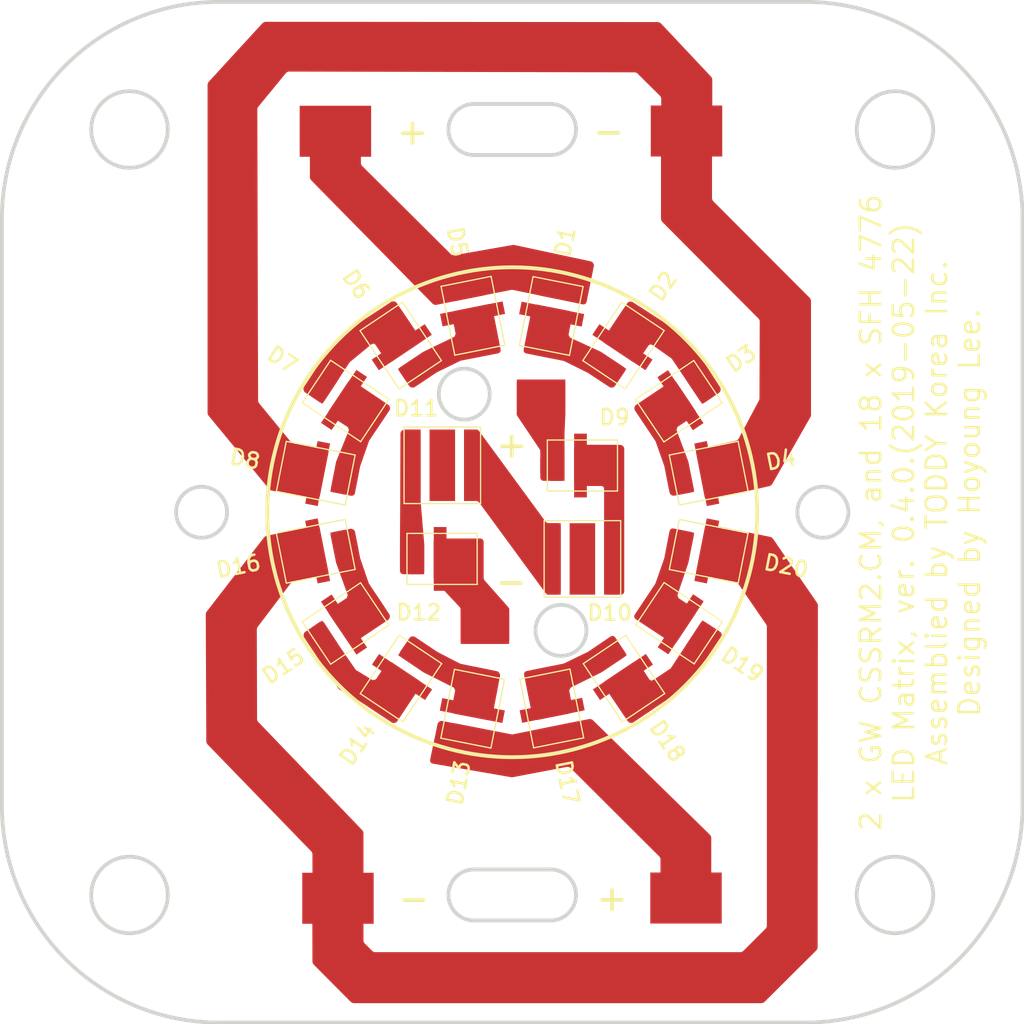
<source format=kicad_pcb>
(kicad_pcb (version 20171130) (host pcbnew "(5.1.2-1)-1")

  (general
    (thickness 1.6)
    (drawings 26)
    (tracks 0)
    (zones 0)
    (modules 26)
    (nets 22)
  )

  (page A4)
  (layers
    (0 F.Cu jumper)
    (31 B.Cu signal hide)
    (33 F.Adhes user hide)
    (35 F.Paste user hide)
    (37 F.SilkS user)
    (39 F.Mask user)
    (40 Dwgs.User user hide)
    (41 Cmts.User user hide)
    (42 Eco1.User user hide)
    (43 Eco2.User user hide)
    (44 Edge.Cuts user)
    (45 Margin user hide)
    (47 F.CrtYd user hide)
    (49 F.Fab user hide)
  )

  (setup
    (last_trace_width 0.25)
    (trace_clearance 0.2)
    (zone_clearance 0)
    (zone_45_only no)
    (trace_min 0.2)
    (via_size 0.8)
    (via_drill 0.4)
    (via_min_size 0.4)
    (via_min_drill 0.3)
    (uvia_size 0.3)
    (uvia_drill 0.1)
    (uvias_allowed no)
    (uvia_min_size 0.2)
    (uvia_min_drill 0.1)
    (edge_width 0.2)
    (segment_width 0.2)
    (pcb_text_width 0.3)
    (pcb_text_size 1.5 1.5)
    (mod_edge_width 0.15)
    (mod_text_size 1 1)
    (mod_text_width 0.15)
    (pad_size 0.6 0.6)
    (pad_drill 0)
    (pad_to_mask_clearance 0.01)
    (solder_mask_min_width 0.25)
    (aux_axis_origin 129 66.45)
    (visible_elements FFFFFF7F)
    (pcbplotparams
      (layerselection 0x010a8_7fffffff)
      (usegerberextensions false)
      (usegerberattributes false)
      (usegerberadvancedattributes false)
      (creategerberjobfile false)
      (excludeedgelayer true)
      (linewidth 0.100000)
      (plotframeref false)
      (viasonmask false)
      (mode 1)
      (useauxorigin false)
      (hpglpennumber 1)
      (hpglpenspeed 20)
      (hpglpendiameter 15.000000)
      (psnegative false)
      (psa4output false)
      (plotreference true)
      (plotvalue true)
      (plotinvisibletext false)
      (padsonsilk false)
      (subtractmaskfromsilk false)
      (outputformat 1)
      (mirror false)
      (drillshape 0)
      (scaleselection 1)
      (outputdirectory "gerber_files"))
  )

  (net 0 "")
  (net 1 "Net-(D1-Pad1)")
  (net 2 "Net-(D1-Pad2)")
  (net 3 "Net-(D2-Pad1)")
  (net 4 "Net-(D3-Pad1)")
  (net 5 "Net-(D4-Pad1)")
  (net 6 "Net-(D5-Pad1)")
  (net 7 "Net-(D10-Pad2)")
  (net 8 "Net-(D13-Pad2)")
  (net 9 "Net-(D10-Pad1)")
  (net 10 "Net-(D11-Pad1)")
  (net 11 "Net-(D12-Pad1)")
  (net 12 "Net-(D13-Pad1)")
  (net 13 "Net-(D14-Pad1)")
  (net 14 "Net-(D15-Pad1)")
  (net 15 "Net-(D16-Pad1)")
  (net 16 "Net-(D6-Pad1)")
  (net 17 "Net-(D7-Pad1)")
  (net 18 "Net-(D9-Pad2)")
  (net 19 "Net-(D17-Pad1)")
  (net 20 "Net-(D18-Pad1)")
  (net 21 "Net-(D19-Pad1)")

  (net_class Default "This is the default net class."
    (clearance 0.2)
    (trace_width 0.25)
    (via_dia 0.8)
    (via_drill 0.4)
    (uvia_dia 0.3)
    (uvia_drill 0.1)
    (add_net "Net-(D1-Pad1)")
    (add_net "Net-(D1-Pad2)")
    (add_net "Net-(D10-Pad1)")
    (add_net "Net-(D10-Pad2)")
    (add_net "Net-(D11-Pad1)")
    (add_net "Net-(D12-Pad1)")
    (add_net "Net-(D13-Pad1)")
    (add_net "Net-(D13-Pad2)")
    (add_net "Net-(D14-Pad1)")
    (add_net "Net-(D15-Pad1)")
    (add_net "Net-(D16-Pad1)")
    (add_net "Net-(D17-Pad1)")
    (add_net "Net-(D18-Pad1)")
    (add_net "Net-(D19-Pad1)")
    (add_net "Net-(D2-Pad1)")
    (add_net "Net-(D3-Pad1)")
    (add_net "Net-(D4-Pad1)")
    (add_net "Net-(D5-Pad1)")
    (add_net "Net-(D6-Pad1)")
    (add_net "Net-(D7-Pad1)")
    (add_net "Net-(D9-Pad2)")
  )

  (module OSRAM:LED-SFH4776_OSRAM_fit (layer F.Cu) (tedit 5CE4E251) (tstamp 5CE47956)
    (at 130.53 58.76 258.8)
    (tags "OSRAM IR broad band emitter")
    (path /5AE685B4)
    (solder_mask_margin 0.001)
    (attr smd)
    (fp_text reference D1 (at -2.96 0.03 78.8) (layer F.SilkS)
      (effects (font (size 0.6 0.6) (thickness 0.1)))
    )
    (fp_text value LED (at 0 -1.75 78.8) (layer F.Fab)
      (effects (font (size 0.5 0.5) (thickness 0.05)))
    )
    (fp_line (start -1.375 1) (end -1.375 -1) (layer F.SilkS) (width 0.05))
    (fp_line (start 1.375 1) (end -1.375 1) (layer F.SilkS) (width 0.05))
    (fp_line (start 1.375 -1) (end 1.375 1) (layer F.SilkS) (width 0.05))
    (fp_line (start -1.375 -1) (end 1.375 -1) (layer F.SilkS) (width 0.05))
    (pad 1 smd custom (at 0.425 0.725 258.8) (size 0.2 0.01) (layers F.Paste)
      (net 1 "Net-(D1-Pad1)") (zone_connect 0)
      (options (clearance outline) (anchor rect))
      (primitives
        (gr_poly (pts
           (xy -0.7 0.48) (xy -0.3 0.48) (xy -0.3 0.025) (xy 0.7 0.025) (xy 0.7 -0.625)
           (xy -0.7 -0.625)) (width 0))
      ))
    (pad 1 smd custom (at 0.425 -0.725 258.8) (size 0.2 0.01) (layers F.Paste)
      (net 1 "Net-(D1-Pad1)") (zone_connect 0)
      (options (clearance outline) (anchor rect))
      (primitives
        (gr_poly (pts
           (xy -0.7 -0.48) (xy -0.3 -0.48) (xy -0.3 -0.025) (xy 0.7 -0.025) (xy 0.7 0.625)
           (xy -0.7 0.625)) (width 0))
      ))
    (pad 1 smd rect (at 1.42 0 258.8) (size 0.3 0.5) (layers F.Paste)
      (net 1 "Net-(D1-Pad1)"))
    (pad 2 smd custom (at -1.275 0 258.8) (size 0.6 0.4) (layers F.Paste)
      (net 2 "Net-(D1-Pad2)") (zone_connect 0)
      (options (clearance outline) (anchor rect))
      (primitives
        (gr_poly (pts
           (xy -0.3 -0.25) (xy 0.1 -0.25) (xy 0.1 -0.55) (xy 0.5 -0.55) (xy 0.5 0.55)
           (xy 0.1 0.55) (xy 0.1 0.25) (xy -0.3 0.25)) (width 0))
      ))
    (pad 2 smd custom (at -1.275 0 258.8) (size 0.7 0.5) (layers F.Cu F.Mask)
      (net 2 "Net-(D1-Pad2)") (zone_connect 2)
      (options (clearance outline) (anchor rect))
      (primitives
        (gr_poly (pts
           (xy -0.375 -0.3) (xy 0.025 -0.3) (xy 0.025 -0.6) (xy 0.575 -0.6) (xy 0.575 0.6)
           (xy 0.025 0.6) (xy 0.025 0.3) (xy -0.375 0.3)) (width 0))
      ))
    (pad 1 smd custom (at 0.725 0 258.8) (size 1 0.5) (layers F.Cu F.Mask)
      (net 1 "Net-(D1-Pad1)") (zone_connect 2)
      (options (clearance outline) (anchor rect))
      (primitives
        (gr_poly (pts
           (xy -1.05 -1.25) (xy -0.55 -1.25) (xy -0.55 -0.8) (xy 0.45 -0.8) (xy 0.45 -0.3)
           (xy 0.9 -0.3) (xy 0.9 0.3) (xy 0.45 0.3) (xy 0.45 0.8) (xy -0.55 0.8)
           (xy -0.55 1.25) (xy -1.05 1.25)) (width 0))
      ))
  )

  (module OSRAM:LED-SFH4776_OSRAM_fit (layer F.Cu) (tedit 5CE4E251) (tstamp 5CE4E135)
    (at 133.36 59.92 56.3)
    (tags "OSRAM IR broad band emitter")
    (path /5AE685BA)
    (solder_mask_margin 0.001)
    (attr smd)
    (fp_text reference D2 (at 2.798462 -0.003259 56.3) (layer F.SilkS)
      (effects (font (size 0.6 0.6) (thickness 0.1)))
    )
    (fp_text value LED (at 0 -1.75 56.3) (layer F.Fab)
      (effects (font (size 0.5 0.5) (thickness 0.05)))
    )
    (fp_line (start -1.375 1) (end -1.375 -1) (layer F.SilkS) (width 0.05))
    (fp_line (start 1.375 1) (end -1.375 1) (layer F.SilkS) (width 0.05))
    (fp_line (start 1.375 -1) (end 1.375 1) (layer F.SilkS) (width 0.05))
    (fp_line (start -1.375 -1) (end 1.375 -1) (layer F.SilkS) (width 0.05))
    (pad 1 smd custom (at 0.425 0.725 56.3) (size 0.2 0.01) (layers F.Paste)
      (net 3 "Net-(D2-Pad1)") (zone_connect 0)
      (options (clearance outline) (anchor rect))
      (primitives
        (gr_poly (pts
           (xy -0.7 0.48) (xy -0.3 0.48) (xy -0.3 0.025) (xy 0.7 0.025) (xy 0.7 -0.625)
           (xy -0.7 -0.625)) (width 0))
      ))
    (pad 1 smd custom (at 0.425 -0.725 56.3) (size 0.2 0.01) (layers F.Paste)
      (net 3 "Net-(D2-Pad1)") (zone_connect 0)
      (options (clearance outline) (anchor rect))
      (primitives
        (gr_poly (pts
           (xy -0.7 -0.48) (xy -0.3 -0.48) (xy -0.3 -0.025) (xy 0.7 -0.025) (xy 0.7 0.625)
           (xy -0.7 0.625)) (width 0))
      ))
    (pad 1 smd rect (at 1.42 0 56.3) (size 0.3 0.5) (layers F.Paste)
      (net 3 "Net-(D2-Pad1)"))
    (pad 2 smd custom (at -1.275 0 56.3) (size 0.6 0.4) (layers F.Paste)
      (net 1 "Net-(D1-Pad1)") (zone_connect 0)
      (options (clearance outline) (anchor rect))
      (primitives
        (gr_poly (pts
           (xy -0.3 -0.25) (xy 0.1 -0.25) (xy 0.1 -0.55) (xy 0.5 -0.55) (xy 0.5 0.55)
           (xy 0.1 0.55) (xy 0.1 0.25) (xy -0.3 0.25)) (width 0))
      ))
    (pad 2 smd custom (at -1.275 0 56.3) (size 0.7 0.5) (layers F.Cu F.Mask)
      (net 1 "Net-(D1-Pad1)") (zone_connect 2)
      (options (clearance outline) (anchor rect))
      (primitives
        (gr_poly (pts
           (xy -0.375 -0.3) (xy 0.025 -0.3) (xy 0.025 -0.6) (xy 0.575 -0.6) (xy 0.575 0.6)
           (xy 0.025 0.6) (xy 0.025 0.3) (xy -0.375 0.3)) (width 0))
      ))
    (pad 1 smd custom (at 0.725 0 56.3) (size 1 0.5) (layers F.Cu F.Mask)
      (net 3 "Net-(D2-Pad1)") (zone_connect 2)
      (options (clearance outline) (anchor rect))
      (primitives
        (gr_poly (pts
           (xy -1.05 -1.25) (xy -0.55 -1.25) (xy -0.55 -0.8) (xy 0.45 -0.8) (xy 0.45 -0.3)
           (xy 0.9 -0.3) (xy 0.9 0.3) (xy 0.45 0.3) (xy 0.45 0.8) (xy -0.55 0.8)
           (xy -0.55 1.25) (xy -1.05 1.25)) (width 0))
      ))
  )

  (module OSRAM:LED-SFH4776_OSRAM_fit (layer F.Cu) (tedit 5CE4E251) (tstamp 5CE47970)
    (at 135.53 62.1 213.8)
    (tags "OSRAM IR broad band emitter")
    (path /5AE685C0)
    (solder_mask_margin 0.001)
    (attr smd)
    (fp_text reference D3 (at -2.96 0.03 33.8) (layer F.SilkS)
      (effects (font (size 0.6 0.6) (thickness 0.1)))
    )
    (fp_text value LED (at 0 -1.75 33.8) (layer F.Fab)
      (effects (font (size 0.5 0.5) (thickness 0.05)))
    )
    (fp_line (start -1.375 1) (end -1.375 -1) (layer F.SilkS) (width 0.05))
    (fp_line (start 1.375 1) (end -1.375 1) (layer F.SilkS) (width 0.05))
    (fp_line (start 1.375 -1) (end 1.375 1) (layer F.SilkS) (width 0.05))
    (fp_line (start -1.375 -1) (end 1.375 -1) (layer F.SilkS) (width 0.05))
    (pad 1 smd custom (at 0.425 0.725 213.8) (size 0.2 0.01) (layers F.Paste)
      (net 4 "Net-(D3-Pad1)") (zone_connect 0)
      (options (clearance outline) (anchor rect))
      (primitives
        (gr_poly (pts
           (xy -0.7 0.48) (xy -0.3 0.48) (xy -0.3 0.025) (xy 0.7 0.025) (xy 0.7 -0.625)
           (xy -0.7 -0.625)) (width 0))
      ))
    (pad 1 smd custom (at 0.425 -0.725 213.8) (size 0.2 0.01) (layers F.Paste)
      (net 4 "Net-(D3-Pad1)") (zone_connect 0)
      (options (clearance outline) (anchor rect))
      (primitives
        (gr_poly (pts
           (xy -0.7 -0.48) (xy -0.3 -0.48) (xy -0.3 -0.025) (xy 0.7 -0.025) (xy 0.7 0.625)
           (xy -0.7 0.625)) (width 0))
      ))
    (pad 1 smd rect (at 1.42 0 213.8) (size 0.3 0.5) (layers F.Paste)
      (net 4 "Net-(D3-Pad1)"))
    (pad 2 smd custom (at -1.275 0 213.8) (size 0.6 0.4) (layers F.Paste)
      (net 3 "Net-(D2-Pad1)") (zone_connect 0)
      (options (clearance outline) (anchor rect))
      (primitives
        (gr_poly (pts
           (xy -0.3 -0.25) (xy 0.1 -0.25) (xy 0.1 -0.55) (xy 0.5 -0.55) (xy 0.5 0.55)
           (xy 0.1 0.55) (xy 0.1 0.25) (xy -0.3 0.25)) (width 0))
      ))
    (pad 2 smd custom (at -1.275 0 213.8) (size 0.7 0.5) (layers F.Cu F.Mask)
      (net 3 "Net-(D2-Pad1)") (zone_connect 2)
      (options (clearance outline) (anchor rect))
      (primitives
        (gr_poly (pts
           (xy -0.375 -0.3) (xy 0.025 -0.3) (xy 0.025 -0.6) (xy 0.575 -0.6) (xy 0.575 0.6)
           (xy 0.025 0.6) (xy 0.025 0.3) (xy -0.375 0.3)) (width 0))
      ))
    (pad 1 smd custom (at 0.725 0 213.8) (size 1 0.5) (layers F.Cu F.Mask)
      (net 4 "Net-(D3-Pad1)") (zone_connect 2)
      (options (clearance outline) (anchor rect))
      (primitives
        (gr_poly (pts
           (xy -1.05 -1.25) (xy -0.55 -1.25) (xy -0.55 -0.8) (xy 0.45 -0.8) (xy 0.45 -0.3)
           (xy 0.9 -0.3) (xy 0.9 0.3) (xy 0.45 0.3) (xy 0.45 0.8) (xy -0.55 0.8)
           (xy -0.55 1.25) (xy -1.05 1.25)) (width 0))
      ))
  )

  (module OSRAM:LED-SFH4776_OSRAM_fit (layer F.Cu) (tedit 5CE4E251) (tstamp 5CE4797D)
    (at 136.7 64.92 11.3)
    (tags "OSRAM IR broad band emitter")
    (path /5AE685C6)
    (solder_mask_margin 0.001)
    (attr smd)
    (fp_text reference D4 (at 2.877031 0.044608 11.3) (layer F.SilkS)
      (effects (font (size 0.6 0.6) (thickness 0.1)))
    )
    (fp_text value LED (at 0 -1.75 11.3) (layer F.Fab)
      (effects (font (size 0.5 0.5) (thickness 0.05)))
    )
    (fp_line (start -1.375 1) (end -1.375 -1) (layer F.SilkS) (width 0.05))
    (fp_line (start 1.375 1) (end -1.375 1) (layer F.SilkS) (width 0.05))
    (fp_line (start 1.375 -1) (end 1.375 1) (layer F.SilkS) (width 0.05))
    (fp_line (start -1.375 -1) (end 1.375 -1) (layer F.SilkS) (width 0.05))
    (pad 1 smd custom (at 0.425 0.725 11.3) (size 0.2 0.01) (layers F.Paste)
      (net 5 "Net-(D4-Pad1)") (zone_connect 0)
      (options (clearance outline) (anchor rect))
      (primitives
        (gr_poly (pts
           (xy -0.7 0.48) (xy -0.3 0.48) (xy -0.3 0.025) (xy 0.7 0.025) (xy 0.7 -0.625)
           (xy -0.7 -0.625)) (width 0))
      ))
    (pad 1 smd custom (at 0.425 -0.725 11.3) (size 0.2 0.01) (layers F.Paste)
      (net 5 "Net-(D4-Pad1)") (zone_connect 0)
      (options (clearance outline) (anchor rect))
      (primitives
        (gr_poly (pts
           (xy -0.7 -0.48) (xy -0.3 -0.48) (xy -0.3 -0.025) (xy 0.7 -0.025) (xy 0.7 0.625)
           (xy -0.7 0.625)) (width 0))
      ))
    (pad 1 smd rect (at 1.42 0 11.3) (size 0.3 0.5) (layers F.Paste)
      (net 5 "Net-(D4-Pad1)"))
    (pad 2 smd custom (at -1.275 0 11.3) (size 0.6 0.4) (layers F.Paste)
      (net 4 "Net-(D3-Pad1)") (zone_connect 0)
      (options (clearance outline) (anchor rect))
      (primitives
        (gr_poly (pts
           (xy -0.3 -0.25) (xy 0.1 -0.25) (xy 0.1 -0.55) (xy 0.5 -0.55) (xy 0.5 0.55)
           (xy 0.1 0.55) (xy 0.1 0.25) (xy -0.3 0.25)) (width 0))
      ))
    (pad 2 smd custom (at -1.275 0 11.3) (size 0.7 0.5) (layers F.Cu F.Mask)
      (net 4 "Net-(D3-Pad1)") (zone_connect 2)
      (options (clearance outline) (anchor rect))
      (primitives
        (gr_poly (pts
           (xy -0.375 -0.3) (xy 0.025 -0.3) (xy 0.025 -0.6) (xy 0.575 -0.6) (xy 0.575 0.6)
           (xy 0.025 0.6) (xy 0.025 0.3) (xy -0.375 0.3)) (width 0))
      ))
    (pad 1 smd custom (at 0.725 0 11.3) (size 1 0.5) (layers F.Cu F.Mask)
      (net 5 "Net-(D4-Pad1)") (zone_connect 2)
      (options (clearance outline) (anchor rect))
      (primitives
        (gr_poly (pts
           (xy -1.05 -1.25) (xy -0.55 -1.25) (xy -0.55 -0.8) (xy 0.45 -0.8) (xy 0.45 -0.3)
           (xy 0.9 -0.3) (xy 0.9 0.3) (xy 0.45 0.3) (xy 0.45 0.8) (xy -0.55 0.8)
           (xy -0.55 1.25) (xy -1.05 1.25)) (width 0))
      ))
  )

  (module OSRAM:LED-SFH4776_OSRAM_fit (layer F.Cu) (tedit 5CE4E251) (tstamp 5CE4E00E)
    (at 127.459831 58.750284 281.3)
    (tags "OSRAM IR broad band emitter")
    (path /5AE6859C)
    (solder_mask_margin 0.001)
    (attr smd)
    (fp_text reference D5 (at -2.96 0.03 101.3) (layer F.SilkS)
      (effects (font (size 0.6 0.6) (thickness 0.1)))
    )
    (fp_text value LED (at 0 -1.75 101.3) (layer F.Fab)
      (effects (font (size 0.5 0.5) (thickness 0.05)))
    )
    (fp_line (start -1.375 1) (end -1.375 -1) (layer F.SilkS) (width 0.05))
    (fp_line (start 1.375 1) (end -1.375 1) (layer F.SilkS) (width 0.05))
    (fp_line (start 1.375 -1) (end 1.375 1) (layer F.SilkS) (width 0.05))
    (fp_line (start -1.375 -1) (end 1.375 -1) (layer F.SilkS) (width 0.05))
    (pad 1 smd custom (at 0.425 0.725 281.3) (size 0.2 0.01) (layers F.Paste)
      (net 6 "Net-(D5-Pad1)") (zone_connect 0)
      (options (clearance outline) (anchor rect))
      (primitives
        (gr_poly (pts
           (xy -0.7 0.48) (xy -0.3 0.48) (xy -0.3 0.025) (xy 0.7 0.025) (xy 0.7 -0.625)
           (xy -0.7 -0.625)) (width 0))
      ))
    (pad 1 smd custom (at 0.425 -0.725 281.3) (size 0.2 0.01) (layers F.Paste)
      (net 6 "Net-(D5-Pad1)") (zone_connect 0)
      (options (clearance outline) (anchor rect))
      (primitives
        (gr_poly (pts
           (xy -0.7 -0.48) (xy -0.3 -0.48) (xy -0.3 -0.025) (xy 0.7 -0.025) (xy 0.7 0.625)
           (xy -0.7 0.625)) (width 0))
      ))
    (pad 1 smd rect (at 1.42 0 281.3) (size 0.3 0.5) (layers F.Paste)
      (net 6 "Net-(D5-Pad1)"))
    (pad 2 smd custom (at -1.275 0 281.3) (size 0.6 0.4) (layers F.Paste)
      (net 2 "Net-(D1-Pad2)") (zone_connect 0)
      (options (clearance outline) (anchor rect))
      (primitives
        (gr_poly (pts
           (xy -0.3 -0.25) (xy 0.1 -0.25) (xy 0.1 -0.55) (xy 0.5 -0.55) (xy 0.5 0.55)
           (xy 0.1 0.55) (xy 0.1 0.25) (xy -0.3 0.25)) (width 0))
      ))
    (pad 2 smd custom (at -1.275 0 281.3) (size 0.7 0.5) (layers F.Cu F.Mask)
      (net 2 "Net-(D1-Pad2)") (zone_connect 2)
      (options (clearance outline) (anchor rect))
      (primitives
        (gr_poly (pts
           (xy -0.375 -0.3) (xy 0.025 -0.3) (xy 0.025 -0.6) (xy 0.575 -0.6) (xy 0.575 0.6)
           (xy 0.025 0.6) (xy 0.025 0.3) (xy -0.375 0.3)) (width 0))
      ))
    (pad 1 smd custom (at 0.725 0 281.3) (size 1 0.5) (layers F.Cu F.Mask)
      (net 6 "Net-(D5-Pad1)") (zone_connect 2)
      (options (clearance outline) (anchor rect))
      (primitives
        (gr_poly (pts
           (xy -1.05 -1.25) (xy -0.55 -1.25) (xy -0.55 -0.8) (xy 0.45 -0.8) (xy 0.45 -0.3)
           (xy 0.9 -0.3) (xy 0.9 0.3) (xy 0.45 0.3) (xy 0.45 0.8) (xy -0.55 0.8)
           (xy -0.55 1.25) (xy -1.05 1.25)) (width 0))
      ))
  )

  (module OSRAM:LED-SFH4776_OSRAM_fit (layer F.Cu) (tedit 5CE4E251) (tstamp 5CE47997)
    (at 124.63 59.92 123.8)
    (tags "OSRAM IR broad band emitter")
    (path /5AE685A2)
    (solder_mask_margin 0.001)
    (attr smd)
    (fp_text reference D6 (at 2.962317 -0.110803 123.8) (layer F.SilkS)
      (effects (font (size 0.6 0.6) (thickness 0.1)))
    )
    (fp_text value LED (at 0 -1.75 123.8) (layer F.Fab)
      (effects (font (size 0.5 0.5) (thickness 0.05)))
    )
    (fp_line (start -1.375 1) (end -1.375 -1) (layer F.SilkS) (width 0.05))
    (fp_line (start 1.375 1) (end -1.375 1) (layer F.SilkS) (width 0.05))
    (fp_line (start 1.375 -1) (end 1.375 1) (layer F.SilkS) (width 0.05))
    (fp_line (start -1.375 -1) (end 1.375 -1) (layer F.SilkS) (width 0.05))
    (pad 1 smd custom (at 0.425 0.725 123.8) (size 0.2 0.01) (layers F.Paste)
      (net 16 "Net-(D6-Pad1)") (zone_connect 0)
      (options (clearance outline) (anchor rect))
      (primitives
        (gr_poly (pts
           (xy -0.7 0.48) (xy -0.3 0.48) (xy -0.3 0.025) (xy 0.7 0.025) (xy 0.7 -0.625)
           (xy -0.7 -0.625)) (width 0))
      ))
    (pad 1 smd custom (at 0.425 -0.725 123.8) (size 0.2 0.01) (layers F.Paste)
      (net 16 "Net-(D6-Pad1)") (zone_connect 0)
      (options (clearance outline) (anchor rect))
      (primitives
        (gr_poly (pts
           (xy -0.7 -0.48) (xy -0.3 -0.48) (xy -0.3 -0.025) (xy 0.7 -0.025) (xy 0.7 0.625)
           (xy -0.7 0.625)) (width 0))
      ))
    (pad 1 smd rect (at 1.42 0 123.8) (size 0.3 0.5) (layers F.Paste)
      (net 16 "Net-(D6-Pad1)"))
    (pad 2 smd custom (at -1.275 0 123.8) (size 0.6 0.4) (layers F.Paste)
      (net 6 "Net-(D5-Pad1)") (zone_connect 0)
      (options (clearance outline) (anchor rect))
      (primitives
        (gr_poly (pts
           (xy -0.3 -0.25) (xy 0.1 -0.25) (xy 0.1 -0.55) (xy 0.5 -0.55) (xy 0.5 0.55)
           (xy 0.1 0.55) (xy 0.1 0.25) (xy -0.3 0.25)) (width 0))
      ))
    (pad 2 smd custom (at -1.275 0 123.8) (size 0.7 0.5) (layers F.Cu F.Mask)
      (net 6 "Net-(D5-Pad1)") (zone_connect 2)
      (options (clearance outline) (anchor rect))
      (primitives
        (gr_poly (pts
           (xy -0.375 -0.3) (xy 0.025 -0.3) (xy 0.025 -0.6) (xy 0.575 -0.6) (xy 0.575 0.6)
           (xy 0.025 0.6) (xy 0.025 0.3) (xy -0.375 0.3)) (width 0))
      ))
    (pad 1 smd custom (at 0.725 0 123.8) (size 1 0.5) (layers F.Cu F.Mask)
      (net 16 "Net-(D6-Pad1)") (zone_connect 2)
      (options (clearance outline) (anchor rect))
      (primitives
        (gr_poly (pts
           (xy -1.05 -1.25) (xy -0.55 -1.25) (xy -0.55 -0.8) (xy 0.45 -0.8) (xy 0.45 -0.3)
           (xy 0.9 -0.3) (xy 0.9 0.3) (xy 0.45 0.3) (xy 0.45 0.8) (xy -0.55 0.8)
           (xy -0.55 1.25) (xy -1.05 1.25)) (width 0))
      ))
  )

  (module OSRAM:LED-SFH4776_OSRAM_fit (layer F.Cu) (tedit 5CE4E251) (tstamp 5CE479A4)
    (at 122.47 62.09 326.3)
    (tags "OSRAM IR broad band emitter")
    (path /5AE685A8)
    (solder_mask_margin 0.001)
    (attr smd)
    (fp_text reference D7 (at -2.96 0.03 146.3) (layer F.SilkS)
      (effects (font (size 0.6 0.6) (thickness 0.1)))
    )
    (fp_text value LED (at 0 -1.75 146.3) (layer F.Fab)
      (effects (font (size 0.5 0.5) (thickness 0.05)))
    )
    (fp_line (start -1.375 1) (end -1.375 -1) (layer F.SilkS) (width 0.05))
    (fp_line (start 1.375 1) (end -1.375 1) (layer F.SilkS) (width 0.05))
    (fp_line (start 1.375 -1) (end 1.375 1) (layer F.SilkS) (width 0.05))
    (fp_line (start -1.375 -1) (end 1.375 -1) (layer F.SilkS) (width 0.05))
    (pad 1 smd custom (at 0.425 0.725 326.3) (size 0.2 0.01) (layers F.Paste)
      (net 17 "Net-(D7-Pad1)") (zone_connect 0)
      (options (clearance outline) (anchor rect))
      (primitives
        (gr_poly (pts
           (xy -0.7 0.48) (xy -0.3 0.48) (xy -0.3 0.025) (xy 0.7 0.025) (xy 0.7 -0.625)
           (xy -0.7 -0.625)) (width 0))
      ))
    (pad 1 smd custom (at 0.425 -0.725 326.3) (size 0.2 0.01) (layers F.Paste)
      (net 17 "Net-(D7-Pad1)") (zone_connect 0)
      (options (clearance outline) (anchor rect))
      (primitives
        (gr_poly (pts
           (xy -0.7 -0.48) (xy -0.3 -0.48) (xy -0.3 -0.025) (xy 0.7 -0.025) (xy 0.7 0.625)
           (xy -0.7 0.625)) (width 0))
      ))
    (pad 1 smd rect (at 1.42 0 326.3) (size 0.3 0.5) (layers F.Paste)
      (net 17 "Net-(D7-Pad1)"))
    (pad 2 smd custom (at -1.275 0 326.3) (size 0.6 0.4) (layers F.Paste)
      (net 16 "Net-(D6-Pad1)") (zone_connect 0)
      (options (clearance outline) (anchor rect))
      (primitives
        (gr_poly (pts
           (xy -0.3 -0.25) (xy 0.1 -0.25) (xy 0.1 -0.55) (xy 0.5 -0.55) (xy 0.5 0.55)
           (xy 0.1 0.55) (xy 0.1 0.25) (xy -0.3 0.25)) (width 0))
      ))
    (pad 2 smd custom (at -1.275 0 326.3) (size 0.7 0.5) (layers F.Cu F.Mask)
      (net 16 "Net-(D6-Pad1)") (zone_connect 2)
      (options (clearance outline) (anchor rect))
      (primitives
        (gr_poly (pts
           (xy -0.375 -0.3) (xy 0.025 -0.3) (xy 0.025 -0.6) (xy 0.575 -0.6) (xy 0.575 0.6)
           (xy 0.025 0.6) (xy 0.025 0.3) (xy -0.375 0.3)) (width 0))
      ))
    (pad 1 smd custom (at 0.725 0 326.3) (size 1 0.5) (layers F.Cu F.Mask)
      (net 17 "Net-(D7-Pad1)") (zone_connect 2)
      (options (clearance outline) (anchor rect))
      (primitives
        (gr_poly (pts
           (xy -1.05 -1.25) (xy -0.55 -1.25) (xy -0.55 -0.8) (xy 0.45 -0.8) (xy 0.45 -0.3)
           (xy 0.9 -0.3) (xy 0.9 0.3) (xy 0.45 0.3) (xy 0.45 0.8) (xy -0.55 0.8)
           (xy -0.55 1.25) (xy -1.05 1.25)) (width 0))
      ))
  )

  (module OSRAM:LED-SFH4776_OSRAM_fit (layer F.Cu) (tedit 5CE4E251) (tstamp 5CE479B1)
    (at 121.3 64.92 168.8)
    (tags "OSRAM IR broad band emitter")
    (path /5AE685AE)
    (solder_mask_margin 0.001)
    (attr smd)
    (fp_text reference D8 (at 2.824075 0.001496 168.8) (layer F.SilkS)
      (effects (font (size 0.6 0.6) (thickness 0.1)))
    )
    (fp_text value LED (at 0 -1.75 168.8) (layer F.Fab)
      (effects (font (size 0.5 0.5) (thickness 0.05)))
    )
    (fp_line (start -1.375 1) (end -1.375 -1) (layer F.SilkS) (width 0.05))
    (fp_line (start 1.375 1) (end -1.375 1) (layer F.SilkS) (width 0.05))
    (fp_line (start 1.375 -1) (end 1.375 1) (layer F.SilkS) (width 0.05))
    (fp_line (start -1.375 -1) (end 1.375 -1) (layer F.SilkS) (width 0.05))
    (pad 1 smd custom (at 0.425 0.725 168.8) (size 0.2 0.01) (layers F.Paste)
      (net 5 "Net-(D4-Pad1)") (zone_connect 0)
      (options (clearance outline) (anchor rect))
      (primitives
        (gr_poly (pts
           (xy -0.7 0.48) (xy -0.3 0.48) (xy -0.3 0.025) (xy 0.7 0.025) (xy 0.7 -0.625)
           (xy -0.7 -0.625)) (width 0))
      ))
    (pad 1 smd custom (at 0.425 -0.725 168.8) (size 0.2 0.01) (layers F.Paste)
      (net 5 "Net-(D4-Pad1)") (zone_connect 0)
      (options (clearance outline) (anchor rect))
      (primitives
        (gr_poly (pts
           (xy -0.7 -0.48) (xy -0.3 -0.48) (xy -0.3 -0.025) (xy 0.7 -0.025) (xy 0.7 0.625)
           (xy -0.7 0.625)) (width 0))
      ))
    (pad 1 smd rect (at 1.42 0 168.8) (size 0.3 0.5) (layers F.Paste)
      (net 5 "Net-(D4-Pad1)"))
    (pad 2 smd custom (at -1.275 0 168.8) (size 0.6 0.4) (layers F.Paste)
      (net 17 "Net-(D7-Pad1)") (zone_connect 0)
      (options (clearance outline) (anchor rect))
      (primitives
        (gr_poly (pts
           (xy -0.3 -0.25) (xy 0.1 -0.25) (xy 0.1 -0.55) (xy 0.5 -0.55) (xy 0.5 0.55)
           (xy 0.1 0.55) (xy 0.1 0.25) (xy -0.3 0.25)) (width 0))
      ))
    (pad 2 smd custom (at -1.275 0 168.8) (size 0.7 0.5) (layers F.Cu F.Mask)
      (net 17 "Net-(D7-Pad1)") (zone_connect 2)
      (options (clearance outline) (anchor rect))
      (primitives
        (gr_poly (pts
           (xy -0.375 -0.3) (xy 0.025 -0.3) (xy 0.025 -0.6) (xy 0.575 -0.6) (xy 0.575 0.6)
           (xy 0.025 0.6) (xy 0.025 0.3) (xy -0.375 0.3)) (width 0))
      ))
    (pad 1 smd custom (at 0.725 0 168.8) (size 1 0.5) (layers F.Cu F.Mask)
      (net 5 "Net-(D4-Pad1)") (zone_connect 2)
      (options (clearance outline) (anchor rect))
      (primitives
        (gr_poly (pts
           (xy -1.05 -1.25) (xy -0.55 -1.25) (xy -0.55 -0.8) (xy 0.45 -0.8) (xy 0.45 -0.3)
           (xy 0.9 -0.3) (xy 0.9 0.3) (xy 0.45 0.3) (xy 0.45 0.8) (xy -0.55 0.8)
           (xy -0.55 1.25) (xy -1.05 1.25)) (width 0))
      ))
  )

  (module OSRAM:LED-SFH4776_OSRAM_fit (layer F.Cu) (tedit 5CE4E251) (tstamp 5CE479BE)
    (at 131.75 64.62)
    (tags "OSRAM IR broad band emitter")
    (path /5AE683D4)
    (solder_mask_margin 0.001)
    (attr smd)
    (fp_text reference D9 (at 1.26 -1.89) (layer F.SilkS)
      (effects (font (size 0.6 0.6) (thickness 0.1)))
    )
    (fp_text value LED (at 0 -1.75) (layer F.Fab)
      (effects (font (size 0.5 0.5) (thickness 0.05)))
    )
    (fp_line (start -1.375 1) (end -1.375 -1) (layer F.SilkS) (width 0.05))
    (fp_line (start 1.375 1) (end -1.375 1) (layer F.SilkS) (width 0.05))
    (fp_line (start 1.375 -1) (end 1.375 1) (layer F.SilkS) (width 0.05))
    (fp_line (start -1.375 -1) (end 1.375 -1) (layer F.SilkS) (width 0.05))
    (pad 1 smd custom (at 0.425 0.725) (size 0.2 0.01) (layers F.Paste)
      (net 7 "Net-(D10-Pad2)") (zone_connect 0)
      (options (clearance outline) (anchor rect))
      (primitives
        (gr_poly (pts
           (xy -0.7 0.48) (xy -0.3 0.48) (xy -0.3 0.025) (xy 0.7 0.025) (xy 0.7 -0.625)
           (xy -0.7 -0.625)) (width 0))
      ))
    (pad 1 smd custom (at 0.425 -0.725) (size 0.2 0.01) (layers F.Paste)
      (net 7 "Net-(D10-Pad2)") (zone_connect 0)
      (options (clearance outline) (anchor rect))
      (primitives
        (gr_poly (pts
           (xy -0.7 -0.48) (xy -0.3 -0.48) (xy -0.3 -0.025) (xy 0.7 -0.025) (xy 0.7 0.625)
           (xy -0.7 0.625)) (width 0))
      ))
    (pad 1 smd rect (at 1.42 0) (size 0.3 0.5) (layers F.Paste)
      (net 7 "Net-(D10-Pad2)"))
    (pad 2 smd custom (at -1.275 0) (size 0.6 0.4) (layers F.Paste)
      (net 18 "Net-(D9-Pad2)") (zone_connect 0)
      (options (clearance outline) (anchor rect))
      (primitives
        (gr_poly (pts
           (xy -0.3 -0.25) (xy 0.1 -0.25) (xy 0.1 -0.55) (xy 0.5 -0.55) (xy 0.5 0.55)
           (xy 0.1 0.55) (xy 0.1 0.25) (xy -0.3 0.25)) (width 0))
      ))
    (pad 2 smd custom (at -1.275 0) (size 0.7 0.5) (layers F.Cu F.Mask)
      (net 18 "Net-(D9-Pad2)") (zone_connect 2)
      (options (clearance outline) (anchor rect))
      (primitives
        (gr_poly (pts
           (xy -0.375 -0.3) (xy 0.025 -0.3) (xy 0.025 -0.6) (xy 0.575 -0.6) (xy 0.575 0.6)
           (xy 0.025 0.6) (xy 0.025 0.3) (xy -0.375 0.3)) (width 0))
      ))
    (pad 1 smd custom (at 0.725 0) (size 1 0.5) (layers F.Cu F.Mask)
      (net 7 "Net-(D10-Pad2)") (zone_connect 2)
      (options (clearance outline) (anchor rect))
      (primitives
        (gr_poly (pts
           (xy -1.05 -1.25) (xy -0.55 -1.25) (xy -0.55 -0.8) (xy 0.45 -0.8) (xy 0.45 -0.3)
           (xy 0.9 -0.3) (xy 0.9 0.3) (xy 0.45 0.3) (xy 0.45 0.8) (xy -0.55 0.8)
           (xy -0.55 1.25) (xy -1.05 1.25)) (width 0))
      ))
  )

  (module OSRAM:LED-SFH4776_OSRAM_fit (layer F.Cu) (tedit 5CE4E251) (tstamp 5CE479CB)
    (at 126.25 68.28)
    (tags "OSRAM IR broad band emitter")
    (path /5AE683E6)
    (solder_mask_margin 0.001)
    (attr smd)
    (fp_text reference D12 (at -0.91 2.1) (layer F.SilkS)
      (effects (font (size 0.6 0.6) (thickness 0.1)))
    )
    (fp_text value LED (at 0 -1.75) (layer F.Fab)
      (effects (font (size 0.5 0.5) (thickness 0.05)))
    )
    (fp_line (start -1.375 1) (end -1.375 -1) (layer F.SilkS) (width 0.05))
    (fp_line (start 1.375 1) (end -1.375 1) (layer F.SilkS) (width 0.05))
    (fp_line (start 1.375 -1) (end 1.375 1) (layer F.SilkS) (width 0.05))
    (fp_line (start -1.375 -1) (end 1.375 -1) (layer F.SilkS) (width 0.05))
    (pad 1 smd custom (at 0.425 0.725) (size 0.2 0.01) (layers F.Paste)
      (net 11 "Net-(D12-Pad1)") (zone_connect 0)
      (options (clearance outline) (anchor rect))
      (primitives
        (gr_poly (pts
           (xy -0.7 0.48) (xy -0.3 0.48) (xy -0.3 0.025) (xy 0.7 0.025) (xy 0.7 -0.625)
           (xy -0.7 -0.625)) (width 0))
      ))
    (pad 1 smd custom (at 0.425 -0.725) (size 0.2 0.01) (layers F.Paste)
      (net 11 "Net-(D12-Pad1)") (zone_connect 0)
      (options (clearance outline) (anchor rect))
      (primitives
        (gr_poly (pts
           (xy -0.7 -0.48) (xy -0.3 -0.48) (xy -0.3 -0.025) (xy 0.7 -0.025) (xy 0.7 0.625)
           (xy -0.7 0.625)) (width 0))
      ))
    (pad 1 smd rect (at 1.42 0) (size 0.3 0.5) (layers F.Paste)
      (net 11 "Net-(D12-Pad1)"))
    (pad 2 smd custom (at -1.275 0) (size 0.6 0.4) (layers F.Paste)
      (net 10 "Net-(D11-Pad1)") (zone_connect 0)
      (options (clearance outline) (anchor rect))
      (primitives
        (gr_poly (pts
           (xy -0.3 -0.25) (xy 0.1 -0.25) (xy 0.1 -0.55) (xy 0.5 -0.55) (xy 0.5 0.55)
           (xy 0.1 0.55) (xy 0.1 0.25) (xy -0.3 0.25)) (width 0))
      ))
    (pad 2 smd custom (at -1.275 0) (size 0.7 0.5) (layers F.Cu F.Mask)
      (net 10 "Net-(D11-Pad1)") (zone_connect 2)
      (options (clearance outline) (anchor rect))
      (primitives
        (gr_poly (pts
           (xy -0.375 -0.3) (xy 0.025 -0.3) (xy 0.025 -0.6) (xy 0.575 -0.6) (xy 0.575 0.6)
           (xy 0.025 0.6) (xy 0.025 0.3) (xy -0.375 0.3)) (width 0))
      ))
    (pad 1 smd custom (at 0.725 0) (size 1 0.5) (layers F.Cu F.Mask)
      (net 11 "Net-(D12-Pad1)") (zone_connect 2)
      (options (clearance outline) (anchor rect))
      (primitives
        (gr_poly (pts
           (xy -1.05 -1.25) (xy -0.55 -1.25) (xy -0.55 -0.8) (xy 0.45 -0.8) (xy 0.45 -0.3)
           (xy 0.9 -0.3) (xy 0.9 0.3) (xy 0.45 0.3) (xy 0.45 0.8) (xy -0.55 0.8)
           (xy -0.55 1.25) (xy -1.05 1.25)) (width 0))
      ))
  )

  (module OSRAM:LED-SFH4776_OSRAM_fit (layer F.Cu) (tedit 5CE4E251) (tstamp 5CE479D8)
    (at 127.45 74.15 78.8)
    (tags "OSRAM IR broad band emitter")
    (path /5AE68181)
    (solder_mask_margin 0.001)
    (attr smd)
    (fp_text reference D13 (at -2.96 0.03 78.8) (layer F.SilkS)
      (effects (font (size 0.6 0.6) (thickness 0.1)))
    )
    (fp_text value LED (at 0 -1.75 78.8) (layer F.Fab)
      (effects (font (size 0.5 0.5) (thickness 0.05)))
    )
    (fp_line (start -1.375 1) (end -1.375 -1) (layer F.SilkS) (width 0.05))
    (fp_line (start 1.375 1) (end -1.375 1) (layer F.SilkS) (width 0.05))
    (fp_line (start 1.375 -1) (end 1.375 1) (layer F.SilkS) (width 0.05))
    (fp_line (start -1.375 -1) (end 1.375 -1) (layer F.SilkS) (width 0.05))
    (pad 1 smd custom (at 0.425 0.725 78.8) (size 0.2 0.01) (layers F.Paste)
      (net 12 "Net-(D13-Pad1)") (zone_connect 0)
      (options (clearance outline) (anchor rect))
      (primitives
        (gr_poly (pts
           (xy -0.7 0.48) (xy -0.3 0.48) (xy -0.3 0.025) (xy 0.7 0.025) (xy 0.7 -0.625)
           (xy -0.7 -0.625)) (width 0))
      ))
    (pad 1 smd custom (at 0.425 -0.725 78.8) (size 0.2 0.01) (layers F.Paste)
      (net 12 "Net-(D13-Pad1)") (zone_connect 0)
      (options (clearance outline) (anchor rect))
      (primitives
        (gr_poly (pts
           (xy -0.7 -0.48) (xy -0.3 -0.48) (xy -0.3 -0.025) (xy 0.7 -0.025) (xy 0.7 0.625)
           (xy -0.7 0.625)) (width 0))
      ))
    (pad 1 smd rect (at 1.42 0 78.8) (size 0.3 0.5) (layers F.Paste)
      (net 12 "Net-(D13-Pad1)"))
    (pad 2 smd custom (at -1.275 0 78.8) (size 0.6 0.4) (layers F.Paste)
      (net 8 "Net-(D13-Pad2)") (zone_connect 0)
      (options (clearance outline) (anchor rect))
      (primitives
        (gr_poly (pts
           (xy -0.3 -0.25) (xy 0.1 -0.25) (xy 0.1 -0.55) (xy 0.5 -0.55) (xy 0.5 0.55)
           (xy 0.1 0.55) (xy 0.1 0.25) (xy -0.3 0.25)) (width 0))
      ))
    (pad 2 smd custom (at -1.275 0 78.8) (size 0.7 0.5) (layers F.Cu F.Mask)
      (net 8 "Net-(D13-Pad2)") (zone_connect 2)
      (options (clearance outline) (anchor rect))
      (primitives
        (gr_poly (pts
           (xy -0.375 -0.3) (xy 0.025 -0.3) (xy 0.025 -0.6) (xy 0.575 -0.6) (xy 0.575 0.6)
           (xy 0.025 0.6) (xy 0.025 0.3) (xy -0.375 0.3)) (width 0))
      ))
    (pad 1 smd custom (at 0.725 0 78.8) (size 1 0.5) (layers F.Cu F.Mask)
      (net 12 "Net-(D13-Pad1)") (zone_connect 2)
      (options (clearance outline) (anchor rect))
      (primitives
        (gr_poly (pts
           (xy -1.05 -1.25) (xy -0.55 -1.25) (xy -0.55 -0.8) (xy 0.45 -0.8) (xy 0.45 -0.3)
           (xy 0.9 -0.3) (xy 0.9 0.3) (xy 0.45 0.3) (xy 0.45 0.8) (xy -0.55 0.8)
           (xy -0.55 1.25) (xy -1.05 1.25)) (width 0))
      ))
  )

  (module OSRAM:LED-SFH4776_OSRAM_fit (layer F.Cu) (tedit 5CE4E251) (tstamp 5CE479E5)
    (at 124.64 72.97 236.3)
    (tags "OSRAM IR broad band emitter")
    (path /5AE681DB)
    (solder_mask_margin 0.001)
    (attr smd)
    (fp_text reference D14 (at 3.081358 -0.011628 56.3) (layer F.SilkS)
      (effects (font (size 0.6 0.6) (thickness 0.1)))
    )
    (fp_text value LED (at 0 -1.75 56.3) (layer F.Fab)
      (effects (font (size 0.5 0.5) (thickness 0.05)))
    )
    (fp_line (start -1.375 1) (end -1.375 -1) (layer F.SilkS) (width 0.05))
    (fp_line (start 1.375 1) (end -1.375 1) (layer F.SilkS) (width 0.05))
    (fp_line (start 1.375 -1) (end 1.375 1) (layer F.SilkS) (width 0.05))
    (fp_line (start -1.375 -1) (end 1.375 -1) (layer F.SilkS) (width 0.05))
    (pad 1 smd custom (at 0.425 0.725 236.3) (size 0.2 0.01) (layers F.Paste)
      (net 13 "Net-(D14-Pad1)") (zone_connect 0)
      (options (clearance outline) (anchor rect))
      (primitives
        (gr_poly (pts
           (xy -0.7 0.48) (xy -0.3 0.48) (xy -0.3 0.025) (xy 0.7 0.025) (xy 0.7 -0.625)
           (xy -0.7 -0.625)) (width 0))
      ))
    (pad 1 smd custom (at 0.425 -0.725 236.3) (size 0.2 0.01) (layers F.Paste)
      (net 13 "Net-(D14-Pad1)") (zone_connect 0)
      (options (clearance outline) (anchor rect))
      (primitives
        (gr_poly (pts
           (xy -0.7 -0.48) (xy -0.3 -0.48) (xy -0.3 -0.025) (xy 0.7 -0.025) (xy 0.7 0.625)
           (xy -0.7 0.625)) (width 0))
      ))
    (pad 1 smd rect (at 1.42 0 236.3) (size 0.3 0.5) (layers F.Paste)
      (net 13 "Net-(D14-Pad1)"))
    (pad 2 smd custom (at -1.275 0 236.3) (size 0.6 0.4) (layers F.Paste)
      (net 12 "Net-(D13-Pad1)") (zone_connect 0)
      (options (clearance outline) (anchor rect))
      (primitives
        (gr_poly (pts
           (xy -0.3 -0.25) (xy 0.1 -0.25) (xy 0.1 -0.55) (xy 0.5 -0.55) (xy 0.5 0.55)
           (xy 0.1 0.55) (xy 0.1 0.25) (xy -0.3 0.25)) (width 0))
      ))
    (pad 2 smd custom (at -1.275 0 236.3) (size 0.7 0.5) (layers F.Cu F.Mask)
      (net 12 "Net-(D13-Pad1)") (zone_connect 2)
      (options (clearance outline) (anchor rect))
      (primitives
        (gr_poly (pts
           (xy -0.375 -0.3) (xy 0.025 -0.3) (xy 0.025 -0.6) (xy 0.575 -0.6) (xy 0.575 0.6)
           (xy 0.025 0.6) (xy 0.025 0.3) (xy -0.375 0.3)) (width 0))
      ))
    (pad 1 smd custom (at 0.725 0 236.3) (size 1 0.5) (layers F.Cu F.Mask)
      (net 13 "Net-(D14-Pad1)") (zone_connect 2)
      (options (clearance outline) (anchor rect))
      (primitives
        (gr_poly (pts
           (xy -1.05 -1.25) (xy -0.55 -1.25) (xy -0.55 -0.8) (xy 0.45 -0.8) (xy 0.45 -0.3)
           (xy 0.9 -0.3) (xy 0.9 0.3) (xy 0.45 0.3) (xy 0.45 0.8) (xy -0.55 0.8)
           (xy -0.55 1.25) (xy -1.05 1.25)) (width 0))
      ))
  )

  (module OSRAM:LED-SFH4776_OSRAM_fit (layer F.Cu) (tedit 5CE4E251) (tstamp 5CE479F2)
    (at 122.47 70.81 33.8)
    (tags "OSRAM IR broad band emitter")
    (path /5AE682E4)
    (solder_mask_margin 0.001)
    (attr smd)
    (fp_text reference D15 (at -2.96 0.03 33.8) (layer F.SilkS)
      (effects (font (size 0.6 0.6) (thickness 0.1)))
    )
    (fp_text value LED (at 0 -1.75 33.8) (layer F.Fab)
      (effects (font (size 0.5 0.5) (thickness 0.05)))
    )
    (fp_line (start -1.375 1) (end -1.375 -1) (layer F.SilkS) (width 0.05))
    (fp_line (start 1.375 1) (end -1.375 1) (layer F.SilkS) (width 0.05))
    (fp_line (start 1.375 -1) (end 1.375 1) (layer F.SilkS) (width 0.05))
    (fp_line (start -1.375 -1) (end 1.375 -1) (layer F.SilkS) (width 0.05))
    (pad 1 smd custom (at 0.425 0.725 33.8) (size 0.2 0.01) (layers F.Paste)
      (net 14 "Net-(D15-Pad1)") (zone_connect 0)
      (options (clearance outline) (anchor rect))
      (primitives
        (gr_poly (pts
           (xy -0.7 0.48) (xy -0.3 0.48) (xy -0.3 0.025) (xy 0.7 0.025) (xy 0.7 -0.625)
           (xy -0.7 -0.625)) (width 0))
      ))
    (pad 1 smd custom (at 0.425 -0.725 33.8) (size 0.2 0.01) (layers F.Paste)
      (net 14 "Net-(D15-Pad1)") (zone_connect 0)
      (options (clearance outline) (anchor rect))
      (primitives
        (gr_poly (pts
           (xy -0.7 -0.48) (xy -0.3 -0.48) (xy -0.3 -0.025) (xy 0.7 -0.025) (xy 0.7 0.625)
           (xy -0.7 0.625)) (width 0))
      ))
    (pad 1 smd rect (at 1.42 0 33.8) (size 0.3 0.5) (layers F.Paste)
      (net 14 "Net-(D15-Pad1)"))
    (pad 2 smd custom (at -1.275 0 33.8) (size 0.6 0.4) (layers F.Paste)
      (net 13 "Net-(D14-Pad1)") (zone_connect 0)
      (options (clearance outline) (anchor rect))
      (primitives
        (gr_poly (pts
           (xy -0.3 -0.25) (xy 0.1 -0.25) (xy 0.1 -0.55) (xy 0.5 -0.55) (xy 0.5 0.55)
           (xy 0.1 0.55) (xy 0.1 0.25) (xy -0.3 0.25)) (width 0))
      ))
    (pad 2 smd custom (at -1.275 0 33.8) (size 0.7 0.5) (layers F.Cu F.Mask)
      (net 13 "Net-(D14-Pad1)") (zone_connect 2)
      (options (clearance outline) (anchor rect))
      (primitives
        (gr_poly (pts
           (xy -0.375 -0.3) (xy 0.025 -0.3) (xy 0.025 -0.6) (xy 0.575 -0.6) (xy 0.575 0.6)
           (xy 0.025 0.6) (xy 0.025 0.3) (xy -0.375 0.3)) (width 0))
      ))
    (pad 1 smd custom (at 0.725 0 33.8) (size 1 0.5) (layers F.Cu F.Mask)
      (net 14 "Net-(D15-Pad1)") (zone_connect 2)
      (options (clearance outline) (anchor rect))
      (primitives
        (gr_poly (pts
           (xy -1.05 -1.25) (xy -0.55 -1.25) (xy -0.55 -0.8) (xy 0.45 -0.8) (xy 0.45 -0.3)
           (xy 0.9 -0.3) (xy 0.9 0.3) (xy 0.45 0.3) (xy 0.45 0.8) (xy -0.55 0.8)
           (xy -0.55 1.25) (xy -1.05 1.25)) (width 0))
      ))
  )

  (module OSRAM:LED-SFH4776_OSRAM_fit (layer F.Cu) (tedit 5CE4E251) (tstamp 5CE479FF)
    (at 121.3 67.98 191.3)
    (tags "OSRAM IR broad band emitter")
    (path /5AE682EA)
    (solder_mask_margin 0.001)
    (attr smd)
    (fp_text reference D16 (at 3.086871 0.015154 11.3) (layer F.SilkS)
      (effects (font (size 0.6 0.6) (thickness 0.1)))
    )
    (fp_text value LED (at 0 -1.75 11.3) (layer F.Fab)
      (effects (font (size 0.5 0.5) (thickness 0.05)))
    )
    (fp_line (start -1.375 1) (end -1.375 -1) (layer F.SilkS) (width 0.05))
    (fp_line (start 1.375 1) (end -1.375 1) (layer F.SilkS) (width 0.05))
    (fp_line (start 1.375 -1) (end 1.375 1) (layer F.SilkS) (width 0.05))
    (fp_line (start -1.375 -1) (end 1.375 -1) (layer F.SilkS) (width 0.05))
    (pad 1 smd custom (at 0.425 0.725 191.3) (size 0.2 0.01) (layers F.Paste)
      (net 15 "Net-(D16-Pad1)") (zone_connect 0)
      (options (clearance outline) (anchor rect))
      (primitives
        (gr_poly (pts
           (xy -0.7 0.48) (xy -0.3 0.48) (xy -0.3 0.025) (xy 0.7 0.025) (xy 0.7 -0.625)
           (xy -0.7 -0.625)) (width 0))
      ))
    (pad 1 smd custom (at 0.425 -0.725 191.3) (size 0.2 0.01) (layers F.Paste)
      (net 15 "Net-(D16-Pad1)") (zone_connect 0)
      (options (clearance outline) (anchor rect))
      (primitives
        (gr_poly (pts
           (xy -0.7 -0.48) (xy -0.3 -0.48) (xy -0.3 -0.025) (xy 0.7 -0.025) (xy 0.7 0.625)
           (xy -0.7 0.625)) (width 0))
      ))
    (pad 1 smd rect (at 1.42 0 191.3) (size 0.3 0.5) (layers F.Paste)
      (net 15 "Net-(D16-Pad1)"))
    (pad 2 smd custom (at -1.275 0 191.3) (size 0.6 0.4) (layers F.Paste)
      (net 14 "Net-(D15-Pad1)") (zone_connect 0)
      (options (clearance outline) (anchor rect))
      (primitives
        (gr_poly (pts
           (xy -0.3 -0.25) (xy 0.1 -0.25) (xy 0.1 -0.55) (xy 0.5 -0.55) (xy 0.5 0.55)
           (xy 0.1 0.55) (xy 0.1 0.25) (xy -0.3 0.25)) (width 0))
      ))
    (pad 2 smd custom (at -1.275 0 191.3) (size 0.7 0.5) (layers F.Cu F.Mask)
      (net 14 "Net-(D15-Pad1)") (zone_connect 2)
      (options (clearance outline) (anchor rect))
      (primitives
        (gr_poly (pts
           (xy -0.375 -0.3) (xy 0.025 -0.3) (xy 0.025 -0.6) (xy 0.575 -0.6) (xy 0.575 0.6)
           (xy 0.025 0.6) (xy 0.025 0.3) (xy -0.375 0.3)) (width 0))
      ))
    (pad 1 smd custom (at 0.725 0 191.3) (size 1 0.5) (layers F.Cu F.Mask)
      (net 15 "Net-(D16-Pad1)") (zone_connect 2)
      (options (clearance outline) (anchor rect))
      (primitives
        (gr_poly (pts
           (xy -1.05 -1.25) (xy -0.55 -1.25) (xy -0.55 -0.8) (xy 0.45 -0.8) (xy 0.45 -0.3)
           (xy 0.9 -0.3) (xy 0.9 0.3) (xy 0.45 0.3) (xy 0.45 0.8) (xy -0.55 0.8)
           (xy -0.55 1.25) (xy -1.05 1.25)) (width 0))
      ))
  )

  (module OSRAM:LED-SFH4776_OSRAM_fit (layer F.Cu) (tedit 5CE4E251) (tstamp 5CE47A0C)
    (at 130.55 74.14 101.3)
    (tags "OSRAM IR broad band emitter")
    (path /5C94560C)
    (solder_mask_margin 0.001)
    (attr smd)
    (fp_text reference D17 (at -2.96 0.03 101.3) (layer F.SilkS)
      (effects (font (size 0.6 0.6) (thickness 0.1)))
    )
    (fp_text value LED (at 0 -1.75 101.3) (layer F.Fab)
      (effects (font (size 0.5 0.5) (thickness 0.05)))
    )
    (fp_line (start -1.375 1) (end -1.375 -1) (layer F.SilkS) (width 0.05))
    (fp_line (start 1.375 1) (end -1.375 1) (layer F.SilkS) (width 0.05))
    (fp_line (start 1.375 -1) (end 1.375 1) (layer F.SilkS) (width 0.05))
    (fp_line (start -1.375 -1) (end 1.375 -1) (layer F.SilkS) (width 0.05))
    (pad 1 smd custom (at 0.425 0.725 101.3) (size 0.2 0.01) (layers F.Paste)
      (net 19 "Net-(D17-Pad1)") (zone_connect 0)
      (options (clearance outline) (anchor rect))
      (primitives
        (gr_poly (pts
           (xy -0.7 0.48) (xy -0.3 0.48) (xy -0.3 0.025) (xy 0.7 0.025) (xy 0.7 -0.625)
           (xy -0.7 -0.625)) (width 0))
      ))
    (pad 1 smd custom (at 0.425 -0.725 101.3) (size 0.2 0.01) (layers F.Paste)
      (net 19 "Net-(D17-Pad1)") (zone_connect 0)
      (options (clearance outline) (anchor rect))
      (primitives
        (gr_poly (pts
           (xy -0.7 -0.48) (xy -0.3 -0.48) (xy -0.3 -0.025) (xy 0.7 -0.025) (xy 0.7 0.625)
           (xy -0.7 0.625)) (width 0))
      ))
    (pad 1 smd rect (at 1.42 0 101.3) (size 0.3 0.5) (layers F.Paste)
      (net 19 "Net-(D17-Pad1)"))
    (pad 2 smd custom (at -1.275 0 101.3) (size 0.6 0.4) (layers F.Paste)
      (net 8 "Net-(D13-Pad2)") (zone_connect 0)
      (options (clearance outline) (anchor rect))
      (primitives
        (gr_poly (pts
           (xy -0.3 -0.25) (xy 0.1 -0.25) (xy 0.1 -0.55) (xy 0.5 -0.55) (xy 0.5 0.55)
           (xy 0.1 0.55) (xy 0.1 0.25) (xy -0.3 0.25)) (width 0))
      ))
    (pad 2 smd custom (at -1.275 0 101.3) (size 0.7 0.5) (layers F.Cu F.Mask)
      (net 8 "Net-(D13-Pad2)") (zone_connect 2)
      (options (clearance outline) (anchor rect))
      (primitives
        (gr_poly (pts
           (xy -0.375 -0.3) (xy 0.025 -0.3) (xy 0.025 -0.6) (xy 0.575 -0.6) (xy 0.575 0.6)
           (xy 0.025 0.6) (xy 0.025 0.3) (xy -0.375 0.3)) (width 0))
      ))
    (pad 1 smd custom (at 0.725 0 101.3) (size 1 0.5) (layers F.Cu F.Mask)
      (net 19 "Net-(D17-Pad1)") (zone_connect 2)
      (options (clearance outline) (anchor rect))
      (primitives
        (gr_poly (pts
           (xy -1.05 -1.25) (xy -0.55 -1.25) (xy -0.55 -0.8) (xy 0.45 -0.8) (xy 0.45 -0.3)
           (xy 0.9 -0.3) (xy 0.9 0.3) (xy 0.45 0.3) (xy 0.45 0.8) (xy -0.55 0.8)
           (xy -0.55 1.25) (xy -1.05 1.25)) (width 0))
      ))
  )

  (module OSRAM:LED-SFH4776_OSRAM_fit (layer F.Cu) (tedit 5CE4E251) (tstamp 5CE4E505)
    (at 133.38 72.97 303.8)
    (tags "OSRAM IR broad band emitter")
    (path /5C945613)
    (solder_mask_margin 0.001)
    (attr smd)
    (fp_text reference D18 (at 2.981614 -0.049749 123.8) (layer F.SilkS)
      (effects (font (size 0.6 0.6) (thickness 0.1)))
    )
    (fp_text value LED (at 0 -1.75 123.8) (layer F.Fab)
      (effects (font (size 0.5 0.5) (thickness 0.05)))
    )
    (fp_line (start -1.375 1) (end -1.375 -1) (layer F.SilkS) (width 0.05))
    (fp_line (start 1.375 1) (end -1.375 1) (layer F.SilkS) (width 0.05))
    (fp_line (start 1.375 -1) (end 1.375 1) (layer F.SilkS) (width 0.05))
    (fp_line (start -1.375 -1) (end 1.375 -1) (layer F.SilkS) (width 0.05))
    (pad 1 smd custom (at 0.425 0.725 303.8) (size 0.2 0.01) (layers F.Paste)
      (net 20 "Net-(D18-Pad1)") (zone_connect 0)
      (options (clearance outline) (anchor rect))
      (primitives
        (gr_poly (pts
           (xy -0.7 0.48) (xy -0.3 0.48) (xy -0.3 0.025) (xy 0.7 0.025) (xy 0.7 -0.625)
           (xy -0.7 -0.625)) (width 0))
      ))
    (pad 1 smd custom (at 0.425 -0.725 303.8) (size 0.2 0.01) (layers F.Paste)
      (net 20 "Net-(D18-Pad1)") (zone_connect 0)
      (options (clearance outline) (anchor rect))
      (primitives
        (gr_poly (pts
           (xy -0.7 -0.48) (xy -0.3 -0.48) (xy -0.3 -0.025) (xy 0.7 -0.025) (xy 0.7 0.625)
           (xy -0.7 0.625)) (width 0))
      ))
    (pad 1 smd rect (at 1.42 0 303.8) (size 0.3 0.5) (layers F.Paste)
      (net 20 "Net-(D18-Pad1)"))
    (pad 2 smd custom (at -1.275 0 303.8) (size 0.6 0.4) (layers F.Paste)
      (net 19 "Net-(D17-Pad1)") (zone_connect 0)
      (options (clearance outline) (anchor rect))
      (primitives
        (gr_poly (pts
           (xy -0.3 -0.25) (xy 0.1 -0.25) (xy 0.1 -0.55) (xy 0.5 -0.55) (xy 0.5 0.55)
           (xy 0.1 0.55) (xy 0.1 0.25) (xy -0.3 0.25)) (width 0))
      ))
    (pad 2 smd custom (at -1.275 0 303.8) (size 0.7 0.5) (layers F.Cu F.Mask)
      (net 19 "Net-(D17-Pad1)") (zone_connect 2)
      (options (clearance outline) (anchor rect))
      (primitives
        (gr_poly (pts
           (xy -0.375 -0.3) (xy 0.025 -0.3) (xy 0.025 -0.6) (xy 0.575 -0.6) (xy 0.575 0.6)
           (xy 0.025 0.6) (xy 0.025 0.3) (xy -0.375 0.3)) (width 0))
      ))
    (pad 1 smd custom (at 0.725 0 303.8) (size 1 0.5) (layers F.Cu F.Mask)
      (net 20 "Net-(D18-Pad1)") (zone_connect 2)
      (options (clearance outline) (anchor rect))
      (primitives
        (gr_poly (pts
           (xy -1.05 -1.25) (xy -0.55 -1.25) (xy -0.55 -0.8) (xy 0.45 -0.8) (xy 0.45 -0.3)
           (xy 0.9 -0.3) (xy 0.9 0.3) (xy 0.45 0.3) (xy 0.45 0.8) (xy -0.55 0.8)
           (xy -0.55 1.25) (xy -1.05 1.25)) (width 0))
      ))
  )

  (module OSRAM:LED-SFH4776_OSRAM_fit (layer F.Cu) (tedit 5CE4E251) (tstamp 5CE47A26)
    (at 135.54 70.8 146.3)
    (tags "OSRAM IR broad band emitter")
    (path /5C94561A)
    (solder_mask_margin 0.001)
    (attr smd)
    (fp_text reference D19 (at -2.96 0.03 146.3) (layer F.SilkS)
      (effects (font (size 0.6 0.6) (thickness 0.1)))
    )
    (fp_text value LED (at 0 -1.75 146.3) (layer F.Fab)
      (effects (font (size 0.5 0.5) (thickness 0.05)))
    )
    (fp_line (start -1.375 1) (end -1.375 -1) (layer F.SilkS) (width 0.05))
    (fp_line (start 1.375 1) (end -1.375 1) (layer F.SilkS) (width 0.05))
    (fp_line (start 1.375 -1) (end 1.375 1) (layer F.SilkS) (width 0.05))
    (fp_line (start -1.375 -1) (end 1.375 -1) (layer F.SilkS) (width 0.05))
    (pad 1 smd custom (at 0.425 0.725 146.3) (size 0.2 0.01) (layers F.Paste)
      (net 21 "Net-(D19-Pad1)") (zone_connect 0)
      (options (clearance outline) (anchor rect))
      (primitives
        (gr_poly (pts
           (xy -0.7 0.48) (xy -0.3 0.48) (xy -0.3 0.025) (xy 0.7 0.025) (xy 0.7 -0.625)
           (xy -0.7 -0.625)) (width 0))
      ))
    (pad 1 smd custom (at 0.425 -0.725 146.3) (size 0.2 0.01) (layers F.Paste)
      (net 21 "Net-(D19-Pad1)") (zone_connect 0)
      (options (clearance outline) (anchor rect))
      (primitives
        (gr_poly (pts
           (xy -0.7 -0.48) (xy -0.3 -0.48) (xy -0.3 -0.025) (xy 0.7 -0.025) (xy 0.7 0.625)
           (xy -0.7 0.625)) (width 0))
      ))
    (pad 1 smd rect (at 1.42 0 146.3) (size 0.3 0.5) (layers F.Paste)
      (net 21 "Net-(D19-Pad1)"))
    (pad 2 smd custom (at -1.275 0 146.3) (size 0.6 0.4) (layers F.Paste)
      (net 20 "Net-(D18-Pad1)") (zone_connect 0)
      (options (clearance outline) (anchor rect))
      (primitives
        (gr_poly (pts
           (xy -0.3 -0.25) (xy 0.1 -0.25) (xy 0.1 -0.55) (xy 0.5 -0.55) (xy 0.5 0.55)
           (xy 0.1 0.55) (xy 0.1 0.25) (xy -0.3 0.25)) (width 0))
      ))
    (pad 2 smd custom (at -1.275 0 146.3) (size 0.7 0.5) (layers F.Cu F.Mask)
      (net 20 "Net-(D18-Pad1)") (zone_connect 2)
      (options (clearance outline) (anchor rect))
      (primitives
        (gr_poly (pts
           (xy -0.375 -0.3) (xy 0.025 -0.3) (xy 0.025 -0.6) (xy 0.575 -0.6) (xy 0.575 0.6)
           (xy 0.025 0.6) (xy 0.025 0.3) (xy -0.375 0.3)) (width 0))
      ))
    (pad 1 smd custom (at 0.725 0 146.3) (size 1 0.5) (layers F.Cu F.Mask)
      (net 21 "Net-(D19-Pad1)") (zone_connect 2)
      (options (clearance outline) (anchor rect))
      (primitives
        (gr_poly (pts
           (xy -1.05 -1.25) (xy -0.55 -1.25) (xy -0.55 -0.8) (xy 0.45 -0.8) (xy 0.45 -0.3)
           (xy 0.9 -0.3) (xy 0.9 0.3) (xy 0.45 0.3) (xy 0.45 0.8) (xy -0.55 0.8)
           (xy -0.55 1.25) (xy -1.05 1.25)) (width 0))
      ))
  )

  (module OSRAM:LED-SFH4776_OSRAM_fit (layer F.Cu) (tedit 5CE4E251) (tstamp 5CE47A33)
    (at 136.7 67.98 348.8)
    (tags "OSRAM IR broad band emitter")
    (path /5C945621)
    (solder_mask_margin 0.001)
    (attr smd)
    (fp_text reference D20 (at 3.09476 -0.021518 168.8) (layer F.SilkS)
      (effects (font (size 0.6 0.6) (thickness 0.1)))
    )
    (fp_text value LED (at 0 -1.75 168.8) (layer F.Fab)
      (effects (font (size 0.5 0.5) (thickness 0.05)))
    )
    (fp_line (start -1.375 1) (end -1.375 -1) (layer F.SilkS) (width 0.05))
    (fp_line (start 1.375 1) (end -1.375 1) (layer F.SilkS) (width 0.05))
    (fp_line (start 1.375 -1) (end 1.375 1) (layer F.SilkS) (width 0.05))
    (fp_line (start -1.375 -1) (end 1.375 -1) (layer F.SilkS) (width 0.05))
    (pad 1 smd custom (at 0.425 0.725 348.8) (size 0.2 0.01) (layers F.Paste)
      (net 15 "Net-(D16-Pad1)") (zone_connect 0)
      (options (clearance outline) (anchor rect))
      (primitives
        (gr_poly (pts
           (xy -0.7 0.48) (xy -0.3 0.48) (xy -0.3 0.025) (xy 0.7 0.025) (xy 0.7 -0.625)
           (xy -0.7 -0.625)) (width 0))
      ))
    (pad 1 smd custom (at 0.425 -0.725 348.8) (size 0.2 0.01) (layers F.Paste)
      (net 15 "Net-(D16-Pad1)") (zone_connect 0)
      (options (clearance outline) (anchor rect))
      (primitives
        (gr_poly (pts
           (xy -0.7 -0.48) (xy -0.3 -0.48) (xy -0.3 -0.025) (xy 0.7 -0.025) (xy 0.7 0.625)
           (xy -0.7 0.625)) (width 0))
      ))
    (pad 1 smd rect (at 1.42 0 348.8) (size 0.3 0.5) (layers F.Paste)
      (net 15 "Net-(D16-Pad1)"))
    (pad 2 smd custom (at -1.275 0 348.8) (size 0.6 0.4) (layers F.Paste)
      (net 21 "Net-(D19-Pad1)") (zone_connect 0)
      (options (clearance outline) (anchor rect))
      (primitives
        (gr_poly (pts
           (xy -0.3 -0.25) (xy 0.1 -0.25) (xy 0.1 -0.55) (xy 0.5 -0.55) (xy 0.5 0.55)
           (xy 0.1 0.55) (xy 0.1 0.25) (xy -0.3 0.25)) (width 0))
      ))
    (pad 2 smd custom (at -1.275 0 348.8) (size 0.7 0.5) (layers F.Cu F.Mask)
      (net 21 "Net-(D19-Pad1)") (zone_connect 2)
      (options (clearance outline) (anchor rect))
      (primitives
        (gr_poly (pts
           (xy -0.375 -0.3) (xy 0.025 -0.3) (xy 0.025 -0.6) (xy 0.575 -0.6) (xy 0.575 0.6)
           (xy 0.025 0.6) (xy 0.025 0.3) (xy -0.375 0.3)) (width 0))
      ))
    (pad 1 smd custom (at 0.725 0 348.8) (size 1 0.5) (layers F.Cu F.Mask)
      (net 15 "Net-(D16-Pad1)") (zone_connect 2)
      (options (clearance outline) (anchor rect))
      (primitives
        (gr_poly (pts
           (xy -1.05 -1.25) (xy -0.55 -1.25) (xy -0.55 -0.8) (xy 0.45 -0.8) (xy 0.45 -0.3)
           (xy 0.9 -0.3) (xy 0.9 0.3) (xy 0.45 0.3) (xy 0.45 0.8) (xy -0.55 0.8)
           (xy -0.55 1.25) (xy -1.05 1.25)) (width 0))
      ))
  )

  (module OSRAM:LED-GWCSSRM2.CM_OSRAM (layer F.Cu) (tedit 5CA9A899) (tstamp 5CE5060D)
    (at 131.75 68.28)
    (path /5AE683DA)
    (solder_mask_margin 0.01)
    (fp_text reference D10 (at 1.07 2.11 180) (layer F.SilkS)
      (effects (font (size 0.6 0.6) (thickness 0.1)))
    )
    (fp_text value LED (at 0 -3.2) (layer F.Fab)
      (effects (font (size 1 1) (thickness 0.15)))
    )
    (fp_line (start -1.5 -1.5) (end 1.5 -1.5) (layer F.SilkS) (width 0.05))
    (fp_line (start 1.5 -1.5) (end 1.5 1.5) (layer F.SilkS) (width 0.05))
    (fp_line (start -1.5 1.5) (end 1.5 1.5) (layer F.SilkS) (width 0.05))
    (fp_line (start -1.5 -1.5) (end -1.5 1.5) (layer F.SilkS) (width 0.05))
    (pad 1 smd rect (at -1.125 0) (size 0.55 2.8) (layers F.Cu F.Mask)
      (net 9 "Net-(D10-Pad1)") (solder_mask_margin 0.001) (solder_paste_margin -0.05) (zone_connect 2))
    (pad 2 smd rect (at 1.125 0) (size 0.55 2.8) (layers F.Cu F.Mask)
      (net 7 "Net-(D10-Pad2)") (solder_mask_margin 0.001) (solder_paste_margin -0.05) (zone_connect 2))
    (pad 3 smd rect (at 0 0) (size 1 2.8) (layers F.Cu F.Mask)
      (solder_mask_margin 0.001) (solder_paste_margin -0.05) (zone_connect 2))
    (pad 3 smd rect (at 0 -0.725) (size 0.9 1.15) (layers F.Paste))
    (pad 3 smd rect (at 0 0.725) (size 0.9 1.15) (layers F.Paste))
    (pad 1 smd rect (at -1.1 0) (size 0.4 2.6) (layers F.Paste)
      (net 9 "Net-(D10-Pad1)"))
    (pad 2 smd rect (at 1.1 0) (size 0.4 2.6) (layers F.Paste)
      (net 7 "Net-(D10-Pad2)"))
  )

  (module OSRAM:LED-GWCSSRM2.CM_OSRAM (layer F.Cu) (tedit 5CA9A899) (tstamp 5CE5067F)
    (at 126.26 64.61)
    (path /5AE683E0)
    (solder_mask_margin 0.01)
    (fp_text reference D11 (at -1.02 -2.23) (layer F.SilkS)
      (effects (font (size 0.6 0.6) (thickness 0.1)))
    )
    (fp_text value LED (at 0 -3.2) (layer F.Fab)
      (effects (font (size 1 1) (thickness 0.15)))
    )
    (fp_line (start -1.5 -1.5) (end 1.5 -1.5) (layer F.SilkS) (width 0.05))
    (fp_line (start 1.5 -1.5) (end 1.5 1.5) (layer F.SilkS) (width 0.05))
    (fp_line (start -1.5 1.5) (end 1.5 1.5) (layer F.SilkS) (width 0.05))
    (fp_line (start -1.5 -1.5) (end -1.5 1.5) (layer F.SilkS) (width 0.05))
    (pad 1 smd rect (at -1.125 0) (size 0.55 2.8) (layers F.Cu F.Mask)
      (net 10 "Net-(D11-Pad1)") (solder_mask_margin 0.001) (solder_paste_margin -0.05) (zone_connect 2))
    (pad 2 smd rect (at 1.125 0) (size 0.55 2.8) (layers F.Cu F.Mask)
      (net 9 "Net-(D10-Pad1)") (solder_mask_margin 0.001) (solder_paste_margin -0.05) (zone_connect 2))
    (pad 3 smd rect (at 0 0) (size 1 2.8) (layers F.Cu F.Mask)
      (solder_mask_margin 0.001) (solder_paste_margin -0.05) (zone_connect 2))
    (pad 3 smd rect (at 0 -0.725) (size 0.9 1.15) (layers F.Paste))
    (pad 3 smd rect (at 0 0.725) (size 0.9 1.15) (layers F.Paste))
    (pad 1 smd rect (at -1.1 0) (size 0.4 2.6) (layers F.Paste)
      (net 10 "Net-(D11-Pad1)"))
    (pad 2 smd rect (at 1.1 0) (size 0.4 2.6) (layers F.Paste)
      (net 9 "Net-(D10-Pad1)"))
  )

  (module connector_ext:SMD_CUSTOM_2 (layer F.Cu) (tedit 5CA979F1) (tstamp 5CB8C633)
    (at 130.13 61.95 90)
    (path /5AF4331A)
    (fp_text reference + (at -1.84 -1.15 180) (layer F.SilkS)
      (effects (font (size 1 1) (thickness 0.15)))
    )
    (fp_text value ANODE_2 (at -0.1 -2.3 90) (layer F.Fab)
      (effects (font (size 1 1) (thickness 0.15)))
    )
    (pad 1 smd custom (at 0 0 90) (size 1.4 1.9) (layers F.Cu F.Paste F.Mask)
      (net 18 "Net-(D9-Pad2)") (solder_mask_margin 0.007) (zone_connect 2)
      (options (clearance outline) (anchor rect))
      (primitives
      ))
  )

  (module connector_ext:SMD_1P_2.8x2.0 (layer F.Cu) (tedit 5CA97A17) (tstamp 5C53181F)
    (at 122.07 51.52 180)
    (path /5AE69F2A)
    (fp_text reference + (at -3.02 0 180) (layer F.SilkS)
      (effects (font (size 1 1) (thickness 0.15)))
    )
    (fp_text value ANODE_1 (at -0.1 -2.3 180) (layer F.Fab)
      (effects (font (size 1 1) (thickness 0.15)))
    )
    (pad 1 smd rect (at 0 0 180) (size 2.8 2) (layers F.Cu F.Paste F.Mask)
      (net 2 "Net-(D1-Pad2)") (solder_mask_margin 0.007))
  )

  (module connector_ext:SMD_1P_2.8x2.0 (layer F.Cu) (tedit 5CA97A2F) (tstamp 5C531806)
    (at 135.81 81.57 180)
    (path /5AF43664)
    (fp_text reference + (at 2.9 0 180) (layer F.SilkS)
      (effects (font (size 1 1) (thickness 0.15)))
    )
    (fp_text value ANODE_3 (at -0.1 -2.3 180) (layer F.Fab)
      (effects (font (size 1 1) (thickness 0.15)))
    )
    (pad 1 smd rect (at 0 0 180) (size 2.8 2) (layers F.Cu F.Paste F.Mask)
      (net 8 "Net-(D13-Pad2)") (solder_mask_margin 0.007))
  )

  (module connector_ext:SMD_1P_2.8x2.0 (layer F.Cu) (tedit 5CA97A1F) (tstamp 5C91A2F7)
    (at 135.83 51.51 180)
    (path /5AE6A81A)
    (fp_text reference - (at 3.05 0 180) (layer F.SilkS)
      (effects (font (size 1 1) (thickness 0.15)))
    )
    (fp_text value CATHOD_1 (at -0.1 -2.3 180) (layer F.Fab)
      (effects (font (size 1 1) (thickness 0.15)))
    )
    (pad 1 smd rect (at 0 0 180) (size 2.8 2) (layers F.Cu F.Paste F.Mask)
      (net 5 "Net-(D4-Pad1)") (solder_mask_margin 0.007))
  )

  (module connector_ext:SMD_1P_2.8x2.0 (layer F.Cu) (tedit 5CA97A28) (tstamp 5C53175B)
    (at 122.17 81.58)
    (path /5AE6A64C)
    (fp_text reference - (at 2.98 0) (layer F.SilkS)
      (effects (font (size 1 1) (thickness 0.15)))
    )
    (fp_text value CATHOD_3 (at -0.1 -2.3) (layer F.Fab)
      (effects (font (size 1 1) (thickness 0.15)))
    )
    (pad 1 smd rect (at 0 0) (size 2.8 2) (layers F.Cu F.Paste F.Mask)
      (net 15 "Net-(D16-Pad1)") (solder_mask_margin 0.007))
  )

  (module connector_ext:SMD_CUSTOM_2 (layer F.Cu) (tedit 5CA979F8) (tstamp 5CC9051D)
    (at 127.93 70.91 90)
    (path /5AE6A77D)
    (fp_text reference - (at 1.76 1.03 180) (layer F.SilkS)
      (effects (font (size 1 1) (thickness 0.15)))
    )
    (fp_text value CATHOD_2 (at -0.1 -2.3 90) (layer F.Fab)
      (effects (font (size 1 1) (thickness 0.15)))
    )
    (pad 1 smd custom (at 0 0 90) (size 1.4 1.9) (layers F.Cu F.Paste F.Mask)
      (net 11 "Net-(D12-Pad1)") (solder_mask_margin 0.007) (zone_connect 2)
      (options (clearance outline) (anchor rect))
      (primitives
      ))
  )

  (gr_circle (center 129 66.45) (end 138.6 66.45) (layer F.SilkS) (width 0.15))
  (gr_circle (center 130.91 71.08) (end 131.91 71.08) (layer Edge.Cuts) (width 0.15) (tstamp 5CB8CE53))
  (gr_arc (start 127.5 81.45) (end 127.5 80.45) (angle -180) (layer Edge.Cuts) (width 0.15))
  (gr_arc (start 130.5 81.45) (end 130.5 82.45) (angle -180) (layer Edge.Cuts) (width 0.15))
  (gr_arc (start 127.5 51.45) (end 127.5 50.45) (angle -180) (layer Edge.Cuts) (width 0.15))
  (gr_arc (start 130.5 51.45) (end 130.5 52.45) (angle -180.0000573) (layer Edge.Cuts) (width 0.15))
  (gr_circle (center 127.12 61.82) (end 128.12 61.82) (layer Edge.Cuts) (width 0.15))
  (gr_arc (start 117.5 54.95) (end 117.5 46.45) (angle -90) (layer Edge.Cuts) (width 0.15))
  (gr_arc (start 140.5 54.95) (end 149 54.95) (angle -90) (layer Edge.Cuts) (width 0.15))
  (gr_arc (start 140.5 77.95) (end 140.5 86.45) (angle -90) (layer Edge.Cuts) (width 0.15))
  (gr_arc (start 117.5 77.95) (end 109 77.95) (angle -90) (layer Edge.Cuts) (width 0.15))
  (gr_line (start 130.5 80.45) (end 127.5 80.45) (layer Edge.Cuts) (width 0.15) (tstamp 5CC90554))
  (gr_line (start 127.5 82.45) (end 130.5 82.45) (layer Edge.Cuts) (width 0.15) (tstamp 5CC90553))
  (gr_line (start 130.5 50.45) (end 127.5 50.45) (layer Edge.Cuts) (width 0.15))
  (gr_line (start 127.5 52.45) (end 130.5 52.45) (layer Edge.Cuts) (width 0.15))
  (gr_line (start 109 77.95) (end 109 54.95) (layer Edge.Cuts) (width 0.15))
  (gr_line (start 140.5 86.45) (end 117.5 86.45) (layer Edge.Cuts) (width 0.15))
  (gr_line (start 149 54.95) (end 149 77.95) (layer Edge.Cuts) (width 0.15))
  (gr_line (start 117.5 46.45) (end 140.5 46.45) (layer Edge.Cuts) (width 0.15))
  (gr_circle (center 144 81.45) (end 144 79.95) (layer Edge.Cuts) (width 0.15))
  (gr_circle (center 114 81.45) (end 115.5 81.45) (layer Edge.Cuts) (width 0.15))
  (gr_circle (center 144 51.45) (end 142.5 51.45) (layer Edge.Cuts) (width 0.15))
  (gr_circle (center 114 51.45) (end 115.5 51.45) (layer Edge.Cuts) (width 0.15))
  (gr_circle (center 116.825 66.45) (end 117.825 66.45) (layer Edge.Cuts) (width 0.15))
  (gr_circle (center 141.175 66.45) (end 142.175 66.45) (layer Edge.Cuts) (width 0.15))
  (gr_text "2 x GW CSSRM2.CM, and 18 x SFH 4776\nLED Matrix, ver. 0.4.0.(2019-05-22)\nAssemblied by TODDY Korea Inc.\nDesigned by Hoyoung Lee." (at 144.99 66.47 90) (layer F.SilkS)
    (effects (font (size 0.8 0.8) (thickness 0.1)))
  )

  (zone (net 8) (net_name "Net-(D13-Pad2)") (layer F.Cu) (tstamp 5CE50AFA) (hatch edge 0.508)
    (connect_pads yes (clearance 0))
    (min_thickness 0.254)
    (fill yes (arc_segments 16) (thermal_gap 0.508) (thermal_bridge_width 0.508) (smoothing fillet) (radius 0.1))
    (polygon
      (pts
        (xy 131.225 76.415) (xy 128.99 76.84) (xy 125.755 76.28) (xy 126.105 74.6) (xy 129 75.16)
        (xy 131.27 74.7) (xy 132.1 74.54) (xy 136.8 79.14) (xy 136.8 82.56) (xy 134.81 82.56)
        (xy 134.81 79.99)
      )
    )
    (filled_polygon
      (pts
        (xy 132.070939 74.689262) (xy 136.662806 79.183431) (xy 136.673 79.207671) (xy 136.673 82.433) (xy 134.937 82.433)
        (xy 134.937 80.031503) (xy 134.93456 80.006727) (xy 134.927299 79.98282) (xy 134.897911 79.912011) (xy 134.886159 79.890063)
        (xy 134.870289 79.870766) (xy 131.352079 76.36237) (xy 131.332812 76.346603) (xy 131.299697 76.330897) (xy 131.210404 76.303466)
        (xy 131.186003 76.298523) (xy 131.149384 76.300103) (xy 128.995358 76.709705) (xy 128.982493 76.709812) (xy 125.906129 76.177273)
        (xy 126.198605 74.773387) (xy 126.22879 74.753301) (xy 128.956438 75.280928) (xy 128.981119 75.283238) (xy 129.019971 75.283066)
        (xy 129.044632 75.280537) (xy 131.294449 74.824626) (xy 131.294797 74.824558) (xy 132.041918 74.680535)
      )
    )
  )
  (zone (net 19) (net_name "Net-(D17-Pad1)") (layer F.Cu) (tstamp 5CE50AF7) (hatch edge 0.508)
    (connect_pads yes (clearance 0))
    (min_thickness 0.254)
    (fill yes (arc_segments 16) (thermal_gap 0.508) (thermal_bridge_width 0.508) (smoothing fillet) (radius 0.1))
    (polygon
      (pts
        (xy 129.4375 72.69875) (xy 131.02 72.38) (xy 131.97 71.92) (xy 132.9625 71.24625) (xy 133.5025 72.05375)
        (xy 132.49 72.73) (xy 131.22 73.36) (xy 131.39 74.31) (xy 129.825 74.6225)
      )
    )
    (filled_polygon
      (pts
        (xy 133.326292 72.018718) (xy 132.4282 72.618554) (xy 132.42416 72.620893) (xy 131.230776 73.212887) (xy 131.209665 73.226084)
        (xy 131.191534 73.243145) (xy 131.173791 73.269524) (xy 131.119793 73.376722) (xy 131.110826 73.399948) (xy 131.106563 73.424476)
        (xy 131.108202 73.456227) (xy 131.238585 74.184834) (xy 131.218152 74.214807) (xy 129.949556 74.468121) (xy 129.919411 74.448048)
        (xy 129.587077 72.798173) (xy 131.032651 72.507003) (xy 131.048107 72.502861) (xy 131.071942 72.494834) (xy 131.086757 72.488781)
        (xy 132.018791 72.03748) (xy 132.02695 72.033156) (xy 132.039535 72.025889) (xy 132.047358 72.020984) (xy 132.92802 71.423154)
      )
    )
  )
  (zone (net 20) (net_name "Net-(D18-Pad1)") (layer F.Cu) (tstamp 5CE50AF4) (hatch edge 0.508)
    (connect_pads yes (clearance 0))
    (min_thickness 0.254)
    (fill yes (arc_segments 16) (thermal_gap 0.508) (thermal_bridge_width 0.508) (smoothing fillet) (radius 0.1))
    (polygon
      (pts
        (xy 132.52 73.15) (xy 133.6175 74.7725) (xy 134.9625 73.8675) (xy 135.93 73.17) (xy 136.6 72.2)
        (xy 137.26 71.21) (xy 136.45 70.68) (xy 135.79 71.69) (xy 135.21 72.57) (xy 134.43 73.09)
        (xy 133.88 72.24)
      )
    )
    (filled_polygon
      (pts
        (xy 137.083274 71.246136) (xy 136.495107 72.128388) (xy 136.49475 72.128914) (xy 135.841488 73.07468) (xy 135.832912 73.08343)
        (xy 134.890414 73.762906) (xy 134.889363 73.763638) (xy 133.672936 74.582126) (xy 133.63738 74.575218) (xy 132.696709 73.184569)
        (xy 133.843439 72.417272) (xy 134.268301 73.073878) (xy 134.283809 73.093354) (xy 134.303178 73.109676) (xy 134.366852 73.153272)
        (xy 134.388674 73.165256) (xy 134.412415 73.172752) (xy 134.437163 73.175473) (xy 134.462819 73.17315) (xy 134.538572 73.158434)
        (xy 134.562428 73.151314) (xy 134.5848 73.139435) (xy 135.263578 72.686916) (xy 135.28317 72.670812) (xy 135.311196 72.642638)
        (xy 135.327197 72.622962) (xy 135.895932 71.760054) (xy 135.896056 71.759865) (xy 135.896272 71.759536) (xy 135.896422 71.759307)
        (xy 136.4868 70.85585)
      )
    )
  )
  (zone (net 21) (net_name "Net-(D19-Pad1)") (layer F.Cu) (tstamp 5CE50AF1) (hatch edge 0.508)
    (connect_pads yes (clearance 0))
    (min_thickness 0.254)
    (fill yes (arc_segments 16) (thermal_gap 0.508) (thermal_bridge_width 0.508) (smoothing fillet) (radius 0.1))
    (polygon
      (pts
        (xy 135.37 71.65) (xy 136.26 70.31) (xy 135.45 69.77) (xy 135.9 68.44) (xy 136.14 67.25)
        (xy 135.19 67.06) (xy 134.96 68.25) (xy 134.61 69.25) (xy 133.73 70.57)
      )
    )
    (filled_polygon
      (pts
        (xy 135.990358 67.349587) (xy 135.777569 68.404672) (xy 135.776362 68.409159) (xy 135.354293 69.656608) (xy 135.348664 69.680859)
        (xy 135.347874 69.705743) (xy 135.354376 69.738257) (xy 135.393631 69.853512) (xy 135.403929 69.876178) (xy 135.418451 69.8964)
        (xy 135.443402 69.918236) (xy 136.062775 70.331152) (xy 136.069908 70.366659) (xy 135.348341 71.453063) (xy 135.312847 71.460298)
        (xy 133.906516 70.534178) (xy 134.708662 69.330958) (xy 134.716658 69.317159) (xy 134.727839 69.294724) (xy 134.734043 69.280031)
        (xy 135.077458 68.298846) (xy 135.080195 68.290004) (xy 135.083992 68.275945) (xy 135.086077 68.266932) (xy 135.290435 67.209602)
      )
    )
  )
  (zone (net 12) (net_name "Net-(D13-Pad1)") (layer F.Cu) (tstamp 5CE50AEE) (hatch edge 0.508)
    (connect_pads yes (clearance 0))
    (min_thickness 0.254)
    (fill yes (arc_segments 16) (thermal_gap 0.508) (thermal_bridge_width 0.508) (smoothing fillet) (radius 0.1))
    (polygon
      (pts
        (xy 128.185 74.625) (xy 128.5525 72.7125) (xy 126.97 72.39) (xy 126.06 71.92) (xy 125.06 71.25)
        (xy 124.5225 72.0425) (xy 125.53 72.73) (xy 126.78 73.36) (xy 126.59 74.32)
      )
    )
    (filled_polygon
      (pts
        (xy 125.984588 72.022344) (xy 125.990689 72.026185) (xy 126.000461 72.031957) (xy 126.006771 72.035446) (xy 126.899395 72.496472)
        (xy 126.915456 72.503412) (xy 126.941376 72.512548) (xy 126.958234 72.517212) (xy 128.379107 72.806774) (xy 128.399273 72.836896)
        (xy 128.089055 74.451292) (xy 128.059085 74.471621) (xy 126.7394 74.219267) (xy 126.889834 73.45918) (xy 126.892251 73.434401)
        (xy 126.889787 73.409627) (xy 126.87937 73.378793) (xy 126.826279 73.270079) (xy 126.813214 73.248886) (xy 126.796265 73.230649)
        (xy 126.769319 73.212399) (xy 125.596801 72.621449) (xy 125.592658 72.619007) (xy 124.719817 72.023395) (xy 124.713046 71.987811)
        (xy 125.079882 71.446942) (xy 125.115446 71.440019)
      )
    )
  )
  (zone (net 13) (net_name "Net-(D14-Pad1)") (layer F.Cu) (tstamp 5CE50AEB) (hatch edge 0.508)
    (connect_pads yes (clearance 0))
    (min_thickness 0.254)
    (fill yes (arc_segments 16) (thermal_gap 0.508) (thermal_bridge_width 0.508) (smoothing fillet) (radius 0.1))
    (polygon
      (pts
        (xy 124.405 74.775) (xy 125.49 73.14) (xy 124.17 72.26) (xy 123.61 73.08) (xy 122.87 72.63)
        (xy 122.23 71.7) (xy 121.56 70.675) (xy 120.76 71.225) (xy 121.371711 72.145508) (xy 122.2 73.38)
        (xy 123.04 73.87)
      )
    )
    (filled_polygon
      (pts
        (xy 122.123045 71.768491) (xy 122.123893 71.769771) (xy 122.125219 71.771747) (xy 122.126054 71.772977) (xy 122.753246 72.684366)
        (xy 122.770632 72.704668) (xy 122.801052 72.733419) (xy 122.8223 72.749631) (xy 123.462968 73.139227) (xy 123.485406 73.150016)
        (xy 123.509517 73.15622) (xy 123.534375 73.1576) (xy 123.555756 73.154856) (xy 123.690295 73.12581) (xy 123.713998 73.118196)
        (xy 123.735761 73.106104) (xy 123.754747 73.089999) (xy 123.768371 73.073293) (xy 124.189674 72.456385) (xy 124.225259 72.449474)
        (xy 125.29282 73.161181) (xy 125.299961 73.19669) (xy 124.383529 74.577672) (xy 124.348036 74.584856) (xy 123.11257 73.765737)
        (xy 123.109505 73.763767) (xy 123.104634 73.760735) (xy 123.101513 73.758854) (xy 122.296282 73.289136) (xy 122.284632 73.278196)
        (xy 121.477296 72.074932) (xy 121.47723 72.074834) (xy 120.949048 71.28002) (xy 120.955932 71.244415) (xy 121.524823 70.853302)
      )
    )
  )
  (zone (net 14) (net_name "Net-(D15-Pad1)") (layer F.Cu) (tstamp 5CE50AE8) (hatch edge 0.508)
    (connect_pads yes (clearance 0))
    (min_thickness 0.254)
    (fill yes (arc_segments 16) (thermal_gap 0.508) (thermal_bridge_width 0.508) (smoothing fillet) (radius 0.1))
    (polygon
      (pts
        (xy 122.65 71.66) (xy 121.74 70.32) (xy 122.58 69.77) (xy 122.1 68.44) (xy 121.86 67.25)
        (xy 122.81 67.07) (xy 123.04 68.25) (xy 123.38 69.24) (xy 124.27 70.58)
      )
    )
    (filled_polygon
      (pts
        (xy 122.714404 67.243378) (xy 122.914021 68.267498) (xy 122.915998 68.276053) (xy 122.919573 68.289403) (xy 122.922136 68.297802)
        (xy 123.255714 69.269104) (xy 123.261949 69.284072) (xy 123.273227 69.306917) (xy 123.281314 69.320963) (xy 124.079908 70.523341)
        (xy 124.072775 70.558848) (xy 122.705555 71.470329) (xy 122.669987 71.463374) (xy 121.917625 70.3555) (xy 122.583462 69.919535)
        (xy 122.602854 69.903921) (xy 122.618827 69.884824) (xy 122.634351 69.853519) (xy 122.673634 69.73591) (xy 122.679169 69.711636)
        (xy 122.679862 69.68675) (xy 122.672634 69.652562) (xy 122.223555 68.40824) (xy 122.222108 68.403064) (xy 122.009898 67.350858)
        (xy 122.684411 67.223056)
      )
    )
  )
  (zone (net 4) (net_name "Net-(D3-Pad1)") (layer F.Cu) (tstamp 5CE50AE5) (hatch edge 0.508)
    (connect_pads yes (clearance 0))
    (min_thickness 0.254)
    (fill yes (arc_segments 16) (thermal_gap 0.508) (thermal_bridge_width 0.508) (smoothing fillet) (radius 0.1))
    (polygon
      (pts
        (xy 136.14 65.65) (xy 135.9 64.46) (xy 135.41 63.15) (xy 136.26 62.59) (xy 135.355127 61.237119)
        (xy 133.722564 62.33) (xy 134.617437 63.67) (xy 134.96 64.64) (xy 135.197437 65.831441)
      )
    )
    (filled_polygon
      (pts
        (xy 136.083337 62.554305) (xy 135.406709 63.000083) (xy 135.387362 63.015752) (xy 135.371443 63.034894) (xy 135.355834 63.06677)
        (xy 135.317187 63.18531) (xy 135.311827 63.209623) (xy 135.311314 63.234514) (xy 135.318981 63.269169) (xy 135.776487 64.492299)
        (xy 135.778081 64.497873) (xy 135.990176 65.54951) (xy 135.322406 65.678053) (xy 135.292337 65.657835) (xy 135.085949 64.622192)
        (xy 135.083861 64.61337) (xy 135.080082 64.599614) (xy 135.077371 64.590966) (xy 134.741362 63.639524) (xy 134.735174 63.624962)
        (xy 134.724042 63.602726) (xy 134.716092 63.589048) (xy 133.912844 62.38625) (xy 133.919899 62.350729) (xy 135.320198 61.413331)
      )
    )
  )
  (zone (net 3) (net_name "Net-(D2-Pad1)") (layer F.Cu) (tstamp 5CE50AE2) (hatch edge 0.508)
    (connect_pads yes (clearance 0))
    (min_thickness 0.254)
    (fill yes (arc_segments 16) (thermal_gap 0.508) (thermal_bridge_width 0.508) (smoothing fillet) (radius 0.1))
    (polygon
      (pts
        (xy 136.44875 62.21625) (xy 135.25 60.43) (xy 134.4 59.83) (xy 133.85 60.64) (xy 132.51 59.75)
        (xy 133.59 58.13) (xy 134.92 58.99) (xy 136.01 59.79) (xy 137.23125 61.68375)
      )
    )
    (filled_polygon
      (pts
        (xy 134.846985 59.094025) (xy 134.84874 59.095235) (xy 135.91062 59.874596) (xy 135.919564 59.884097) (xy 137.043636 61.627157)
        (xy 137.036418 61.662718) (xy 136.482975 62.039342) (xy 135.36574 60.374557) (xy 135.351142 60.356591) (xy 135.325776 60.330619)
        (xy 135.308159 60.3156) (xy 134.556433 59.78497) (xy 134.534784 59.772676) (xy 134.51059 59.764715) (xy 134.435037 59.748024)
        (xy 134.410317 59.745062) (xy 134.385495 59.74698) (xy 134.361524 59.753703) (xy 134.338355 59.765599) (xy 134.273509 59.807812)
        (xy 134.254076 59.823374) (xy 134.237727 59.842905) (xy 133.829874 60.443563) (xy 133.794309 60.45055) (xy 132.686239 59.714594)
        (xy 133.612081 58.325831) (xy 133.647583 58.318472)
      )
    )
  )
  (zone (net 1) (net_name "Net-(D1-Pad1)") (layer F.Cu) (tstamp 5CE50ADF) (hatch edge 0.508)
    (connect_pads yes (clearance 0))
    (min_thickness 0.254)
    (fill yes (arc_segments 16) (thermal_gap 0.508) (thermal_bridge_width 0.508) (smoothing fillet) (radius 0.1))
    (polygon
      (pts
        (xy 133.48 60.83) (xy 132.47 60.16) (xy 131.19 59.57) (xy 131.38 58.59) (xy 129.810371 58.281571)
        (xy 129.42 60.2025) (xy 131.02 60.52) (xy 131.95 60.98) (xy 132.94 61.63)
      )
    )
    (filled_polygon
      (pts
        (xy 131.206111 58.68526) (xy 131.226342 58.715304) (xy 131.080253 59.468816) (xy 131.077932 59.493604) (xy 131.080493 59.518368)
        (xy 131.091915 59.550922) (xy 131.148226 59.660772) (xy 131.1617 59.681707) (xy 131.178999 59.699611) (xy 131.208079 59.718175)
        (xy 132.405395 60.270062) (xy 132.410294 60.272795) (xy 133.30311 60.86506) (xy 132.919139 61.433905) (xy 132.883594 61.441038)
        (xy 132.024793 60.877179) (xy 132.018214 60.873141) (xy 132.007666 60.867099) (xy 132.000848 60.863464) (xy 131.088182 60.412038)
        (xy 131.072743 60.405629) (xy 131.047871 60.397176) (xy 131.031724 60.39285) (xy 129.569865 60.102763) (xy 129.904611 58.455546)
        (xy 129.934758 58.435442)
      )
    )
  )
  (zone (net 6) (net_name "Net-(D5-Pad1)") (layer F.Cu) (tstamp 5CE50ADC) (hatch edge 0.508)
    (connect_pads yes (clearance 0))
    (min_thickness 0.254)
    (fill yes (arc_segments 16) (thermal_gap 0.508) (thermal_bridge_width 0.508) (smoothing fillet) (radius 0.1))
    (polygon
      (pts
        (xy 128.57 60.2) (xy 126.98 60.51) (xy 126.04 60.97) (xy 125.05 61.63) (xy 124.51 60.83)
        (xy 125.52 60.16) (xy 126.8 59.54) (xy 126.62 58.59) (xy 128.19 58.27)
      )
    )
    (filled_polygon
      (pts
        (xy 128.420812 60.099696) (xy 126.968656 60.38282) (xy 126.952543 60.387075) (xy 126.927725 60.395406) (xy 126.912318 60.40173)
        (xy 125.990155 60.853001) (xy 125.982709 60.856957) (xy 125.971194 60.863573) (xy 125.964016 60.868021) (xy 125.105874 61.440116)
        (xy 125.070325 61.433112) (xy 124.68689 60.86506) (xy 125.581016 60.271926) (xy 125.585274 60.269498) (xy 126.786449 59.687678)
        (xy 126.807684 59.674681) (xy 126.825974 59.657791) (xy 126.844531 59.63047) (xy 126.89919 59.521856) (xy 126.908148 59.498627)
        (xy 126.912402 59.474097) (xy 126.910525 59.441124) (xy 126.772838 58.714442) (xy 126.793048 58.684339) (xy 128.09009 58.419975)
      )
    )
  )
  (zone (net 16) (net_name "Net-(D6-Pad1)") (layer F.Cu) (tstamp 5CE50AD9) (hatch edge 0.508)
    (connect_pads yes (clearance 0))
    (min_thickness 0.254)
    (fill yes (arc_segments 16) (thermal_gap 0.508) (thermal_bridge_width 0.508) (smoothing fillet) (radius 0.1))
    (polygon
      (pts
        (xy 125.48 59.74) (xy 124.14 60.64) (xy 123.58 59.79) (xy 122.63 60.57) (xy 121.56 62.21)
        (xy 120.755 61.67) (xy 121.87 59.97) (xy 123.06 58.99) (xy 124.385 58.12)
      )
    )
    (filled_polygon
      (pts
        (xy 124.364217 58.316039) (xy 125.303451 59.70559) (xy 124.175559 60.463131) (xy 123.747165 59.812889) (xy 123.731496 59.793542)
        (xy 123.709572 59.775791) (xy 123.641049 59.731936) (xy 123.618865 59.720635) (xy 123.594903 59.71388) (xy 123.570083 59.711929)
        (xy 123.538895 59.716455) (xy 123.460455 59.738039) (xy 123.437214 59.746965) (xy 123.413559 59.762334) (xy 122.561299 60.462085)
        (xy 122.547313 60.475478) (xy 122.527019 60.498122) (xy 122.515231 60.513487) (xy 121.523924 62.032873) (xy 120.951306 61.648756)
        (xy 120.944115 61.613229) (xy 121.962612 60.060364) (xy 121.969854 60.052291) (xy 123.133922 59.093646) (xy 123.137087 59.091314)
        (xy 124.328669 58.308918)
      )
    )
  )
  (zone (net 17) (net_name "Net-(D7-Pad1)") (layer F.Cu) (tstamp 5CE50AD6) (hatch edge 0.508)
    (connect_pads yes (clearance 0))
    (min_thickness 0.254)
    (fill yes (arc_segments 16) (thermal_gap 0.508) (thermal_bridge_width 0.508) (smoothing fillet) (radius 0.1))
    (polygon
      (pts
        (xy 122.64469 61.228932) (xy 121.737345 62.589466) (xy 122.63 63.16) (xy 122.1 64.46) (xy 121.8675 65.645)
        (xy 122.81 65.83) (xy 123.04 64.65) (xy 123.39 63.65) (xy 124.275 62.33)
      )
    )
    (filled_polygon
      (pts
        (xy 124.07784 62.350095) (xy 124.084791 62.385645) (xy 123.291623 63.568674) (xy 123.283517 63.582601) (xy 123.272191 63.605253)
        (xy 123.265913 63.620095) (xy 122.922516 64.60123) (xy 122.919807 64.609965) (xy 122.916039 64.623869) (xy 122.913964 64.632791)
        (xy 122.709675 65.680884) (xy 122.041698 65.54977) (xy 122.021504 65.519713) (xy 122.221575 64.499993) (xy 122.223583 64.493277)
        (xy 122.71615 63.285091) (xy 122.723244 63.261227) (xy 122.725546 63.236437) (xy 122.722968 63.211675) (xy 122.719591 63.198708)
        (xy 122.680845 63.076696) (xy 122.671021 63.05382) (xy 122.656922 63.0333) (xy 122.639091 63.015926) (xy 122.628197 63.008124)
        (xy 121.914853 62.552195) (xy 122.679472 61.405674)
      )
    )
  )
  (zone (net 2) (net_name "Net-(D1-Pad2)") (layer F.Cu) (tstamp 5CE50AD3) (hatch edge 0.508)
    (connect_pads yes (clearance 0))
    (min_thickness 0.254)
    (fill yes (arc_segments 16) (thermal_gap 0.508) (thermal_bridge_width 0.508) (smoothing fillet) (radius 0.1))
    (polygon
      (pts
        (xy 132.23 56.65) (xy 129.05 55.97) (xy 126.65 56.39) (xy 123.07 52.83) (xy 123.06 50.53)
        (xy 121.07 50.53) (xy 121.07 53.39) (xy 125.94 58.34) (xy 128.99 57.73) (xy 131.89 58.33)
      )
    )
    (filled_polygon
      (pts
        (xy 122.933662 50.68256) (xy 122.942821 52.789222) (xy 122.945369 52.813988) (xy 122.952662 52.837691) (xy 122.982149 52.908164)
        (xy 122.993964 52.930078) (xy 123.009756 52.949197) (xy 126.52372 56.443531) (xy 126.54301 56.459271) (xy 126.575174 56.474628)
        (xy 126.662925 56.502222) (xy 126.687292 56.507327) (xy 126.722914 56.50617) (xy 129.040703 56.100557) (xy 129.054407 56.100813)
        (xy 132.055679 56.742594) (xy 132.075551 56.772911) (xy 131.790825 58.179791) (xy 129.035654 57.609756) (xy 129.010343 57.607123)
        (xy 128.97047 57.606991) (xy 128.945143 57.609456) (xy 125.999586 58.198567) (xy 125.9701 58.189508) (xy 121.206774 53.347934)
        (xy 121.197 53.324063) (xy 121.197 50.657) (xy 122.90799 50.657)
      )
    )
  )
  (zone (net 5) (net_name "Net-(D4-Pad1)") (layer F.Cu) (tstamp 5CE50AD0) (hatch edge 0.508)
    (connect_pads yes (clearance 0))
    (min_thickness 0.254)
    (fill yes (arc_segments 16) (thermal_gap 0.508) (thermal_bridge_width 0.508) (smoothing fillet) (radius 0.1))
    (polygon
      (pts
        (xy 136.1825 63.995) (xy 136.5675 65.99) (xy 139.1525 65.41) (xy 140.71 62.68) (xy 140.71 58.1)
        (xy 136.83 54.21) (xy 136.83 50.52) (xy 134.83 50.52) (xy 134.83 55.02) (xy 138.7 58.91)
        (xy 138.69 62.03) (xy 137.84 63.63)
      )
    )
    (filled_polygon
      (pts
        (xy 136.703 54.168654) (xy 136.70544 54.19343) (xy 136.712636 54.217179) (xy 136.741834 54.287799) (xy 136.753556 54.309763)
        (xy 136.76928 54.328961) (xy 140.573074 58.142557) (xy 140.583 58.166565) (xy 140.583 62.636927) (xy 140.578345 62.654482)
        (xy 139.077348 65.285443) (xy 139.055471 65.301613) (xy 136.6674 65.837428) (xy 136.335444 64.117294) (xy 136.355383 64.086972)
        (xy 137.822186 63.763965) (xy 137.845857 63.756254) (xy 137.871691 63.74107) (xy 137.938497 63.690326) (xy 137.956751 63.673397)
        (xy 137.973835 63.648776) (xy 138.790547 62.111434) (xy 138.801575 62.082751) (xy 138.813263 62.036156) (xy 138.817078 62.005663)
        (xy 138.826866 58.951865) (xy 138.824506 58.927081) (xy 138.81734 58.903197) (xy 138.788233 58.832348) (xy 138.77656 58.810357)
        (xy 138.760794 58.791038) (xy 134.966896 54.977534) (xy 134.957 54.953554) (xy 134.957 50.647) (xy 136.703 50.647)
      )
    )
  )
  (zone (net 15) (net_name "Net-(D16-Pad1)") (layer F.Cu) (tstamp 5CE50ACD) (hatch edge 0.508)
    (connect_pads yes (clearance 0))
    (min_thickness 0.254)
    (fill yes (arc_segments 16) (thermal_gap 0.508) (thermal_bridge_width 0.508) (smoothing fillet) (radius 0.1))
    (polygon
      (pts
        (xy 121.815 68.895) (xy 120.36 69.18) (xy 118.99 70.99) (xy 119 74.62) (xy 123.17 78.96)
        (xy 123.17 83.3) (xy 123.56 83.69) (xy 138.01 83.69) (xy 138.98 82.72) (xy 138.98 70.89)
        (xy 137.85 69.24) (xy 136.18125 68.9275) (xy 136.57625 66.9075) (xy 139.18 67.43) (xy 140.98 70.05)
        (xy 140.97 83.57) (xy 138.84 85.69) (xy 122.72 85.69) (xy 121.17 84.13) (xy 121.16 80.58)
        (xy 121.17 80.58005) (xy 121.17 79.79) (xy 117.01 75.5) (xy 116.99 70.39) (xy 119.31 67.39)
        (xy 121.425 66.925)
      )
    )
    (filled_polygon
      (pts
        (xy 139.090942 67.54166) (xy 139.112327 67.555777) (xy 140.846804 70.080404) (xy 140.852963 70.10027) (xy 140.84305 83.503076)
        (xy 140.833043 83.52713) (xy 138.797519 85.553098) (xy 138.773532 85.563) (xy 122.786979 85.563) (xy 122.762882 85.552973)
        (xy 121.306702 84.087399) (xy 121.296812 84.063511) (xy 121.287124 80.624153) (xy 121.287273 80.623795) (xy 121.294529 80.599979)
        (xy 121.297 80.57505) (xy 121.297 79.830523) (xy 121.29456 79.805747) (xy 121.287703 79.782826) (xy 121.259493 79.713211)
        (xy 121.247926 79.691165) (xy 121.232963 79.672497) (xy 117.146368 75.458197) (xy 117.136745 75.434581) (xy 117.117217 70.445096)
        (xy 117.124473 70.423714) (xy 119.37461 67.514055) (xy 119.394512 67.501453) (xy 121.325605 67.076887) (xy 121.665705 68.79483)
        (xy 120.373057 69.048029) (xy 120.349211 69.055187) (xy 120.330207 69.064936) (xy 120.269695 69.102719) (xy 120.249971 69.117911)
        (xy 120.235694 69.133797) (xy 118.909095 70.886457) (xy 118.896087 70.907685) (xy 118.889909 70.922843) (xy 118.869644 70.98347)
        (xy 118.864104 71.007742) (xy 118.863093 71.024081) (xy 118.87289 74.580254) (xy 118.875399 74.605024) (xy 118.882143 74.627492)
        (xy 118.910033 74.696501) (xy 118.921579 74.718558) (xy 118.936202 74.736904) (xy 123.033484 79.001221) (xy 123.043 79.024859)
        (xy 123.043 83.258579) (xy 123.04544 83.283355) (xy 123.052667 83.30718) (xy 123.081956 83.37789) (xy 123.093692 83.399846)
        (xy 123.109486 83.419092) (xy 123.440908 83.750514) (xy 123.460154 83.766308) (xy 123.48211 83.778044) (xy 123.55282 83.807333)
        (xy 123.576645 83.81456) (xy 123.601421 83.817) (xy 137.968579 83.817) (xy 137.993355 83.81456) (xy 138.01718 83.807333)
        (xy 138.08789 83.778044) (xy 138.109846 83.766308) (xy 138.129092 83.750514) (xy 139.040514 82.839092) (xy 139.056308 82.819846)
        (xy 139.068044 82.79789) (xy 139.097333 82.72718) (xy 139.10456 82.703355) (xy 139.107 82.678579) (xy 139.107 70.92096)
        (xy 139.10456 70.896184) (xy 139.101318 70.883399) (xy 139.083824 70.826895) (xy 139.074166 70.803949) (xy 139.067289 70.792696)
        (xy 137.978181 69.202405) (xy 137.962168 69.183341) (xy 137.942754 69.167775) (xy 137.878654 69.125988) (xy 137.856566 69.114502)
        (xy 137.832674 69.107548) (xy 136.330457 68.826234) (xy 136.676396 67.057128)
      )
    )
  )
  (zone (net 5) (net_name "Net-(D4-Pad1)") (layer F.Cu) (tstamp 5CE50ACA) (hatch edge 0.508)
    (connect_pads yes (clearance 0))
    (min_thickness 0.254)
    (fill yes (arc_segments 16) (thermal_gap 0.508) (thermal_bridge_width 0.508) (smoothing fillet) (radius 0.1))
    (polygon
      (pts
        (xy 121.823125 63.985) (xy 121.43 65.9675) (xy 119.51 65.59) (xy 117.06 62.62) (xy 117.06 49.63)
        (xy 119.26 47.23) (xy 134.78 47.24) (xy 136.84 49.43) (xy 136.84 52.51) (xy 134.83 52.51)
        (xy 134.84 50.18) (xy 133.86 49.21) (xy 120.18 49.18) (xy 119.01 50.605) (xy 119.04 62.13)
        (xy 120.32 63.69)
      )
    )
    (filled_polygon
      (pts
        (xy 134.710481 47.366955) (xy 134.73507 47.377593) (xy 136.703716 49.470474) (xy 136.713 49.493895) (xy 136.713 52.383)
        (xy 134.957546 52.383) (xy 134.966819 50.222519) (xy 134.964485 50.197732) (xy 134.957132 50.173324) (xy 134.92748 50.101822)
        (xy 134.915735 50.079871) (xy 134.899509 50.06021) (xy 133.978476 49.148576) (xy 133.95915 49.132881) (xy 133.937564 49.121434)
        (xy 133.867436 49.092506) (xy 133.843601 49.085314) (xy 133.819286 49.08291) (xy 120.227696 49.053104) (xy 120.202914 49.05549)
        (xy 120.173256 49.065232) (xy 120.09575 49.101775) (xy 120.074381 49.114548) (xy 120.051757 49.136057) (xy 118.934652 50.496633)
        (xy 118.920815 50.517331) (xy 118.913179 50.534582) (xy 118.890467 50.598299) (xy 118.884446 50.622456) (xy 118.883094 50.641271)
        (xy 118.912907 62.094703) (xy 118.915412 62.119473) (xy 118.920385 62.137308) (xy 118.943078 62.200479) (xy 118.953751 62.222972)
        (xy 118.96442 62.238101) (xy 120.199029 63.742781) (xy 120.216631 63.760387) (xy 120.232051 63.771234) (xy 120.2901 63.805931)
        (xy 120.312619 63.816548) (xy 120.3308 63.821543) (xy 121.6738 64.085117) (xy 121.335067 65.793324) (xy 121.30498 65.813488)
        (xy 119.591206 65.476535) (xy 119.571194 65.464605) (xy 117.194903 62.583958) (xy 117.187 62.561959) (xy 117.187 49.692728)
        (xy 117.196005 49.669578) (xy 119.305814 47.367969) (xy 119.330667 47.357045)
      )
    )
  )
  (zone (net 18) (net_name "Net-(D9-Pad2)") (layer F.Cu) (tstamp 5CE50AC7) (hatch edge 0.508)
    (connect_pads yes (clearance 0))
    (min_thickness 0.254)
    (fill yes (arc_segments 16) (thermal_gap 0.508) (thermal_bridge_width 0.508) (smoothing fillet) (radius 0.1))
    (polygon
      (pts
        (xy 130.1 64.02) (xy 129.18 62.65) (xy 129.18 61.25) (xy 131.08 61.25) (xy 131.08 62.65)
        (xy 131.05 63.36) (xy 131.05 64.02) (xy 131.05 65.22) (xy 130.1 65.22)
      )
    )
    (filled_polygon
      (pts
        (xy 130.953 62.646539) (xy 130.952967 62.648091) (xy 130.923202 63.352529) (xy 130.923117 63.355213) (xy 130.923028 63.359435)
        (xy 130.923 63.362112) (xy 130.923 65.093) (xy 130.227 65.093) (xy 130.227 64.050461) (xy 130.22456 64.025685)
        (xy 130.221489 64.013454) (xy 130.204507 63.957705) (xy 130.194952 63.934715) (xy 130.188451 63.92391) (xy 129.31296 62.620189)
        (xy 129.307 62.600624) (xy 129.307 61.377) (xy 130.953 61.377)
      )
    )
  )
  (zone (net 7) (net_name "Net-(D10-Pad2)") (layer F.Cu) (tstamp 5CE50AC4) (hatch edge 0.508)
    (connect_pads yes (clearance 0))
    (min_thickness 0.254)
    (fill yes (arc_segments 16) (thermal_gap 0.508) (thermal_bridge_width 0.508) (smoothing fillet) (radius 0.1))
    (polygon
      (pts
        (xy 131.428242 63.80206) (xy 133.39 63.81) (xy 133.39 65.41) (xy 133.39 66.88) (xy 133.39 69.68)
        (xy 132.6 69.68) (xy 132.6 66.88) (xy 132.6 65.42) (xy 131.428242 65.42)
      )
    )
    (filled_polygon
      (pts
        (xy 133.237437 63.936384) (xy 133.263 63.962051) (xy 133.263 69.553) (xy 132.727 69.553) (xy 132.727 65.52)
        (xy 132.72456 65.495224) (xy 132.717333 65.4714) (xy 132.688044 65.400689) (xy 132.676308 65.378732) (xy 132.660514 65.359487)
        (xy 132.641269 65.343693) (xy 132.619311 65.331956) (xy 132.5486 65.302667) (xy 132.524776 65.29544) (xy 132.5 65.293)
        (xy 131.555242 65.293) (xy 131.555242 63.929575)
      )
    )
  )
  (zone (net 9) (net_name "Net-(D10-Pad1)") (layer F.Cu) (tstamp 5CE50AC1) (hatch edge 0.508)
    (connect_pads yes (clearance 0))
    (min_thickness 0.254)
    (fill yes (arc_segments 16) (thermal_gap 0.508) (thermal_bridge_width 0.508) (smoothing fillet) (radius 0.1))
    (polygon
      (pts
        (xy 127.11 63.21) (xy 127.66 63.21) (xy 130.35 66.88) (xy 130.9 66.88) (xy 130.9 69.68)
        (xy 130.35 69.68) (xy 127.66 66.01) (xy 127.11 66.01)
      )
    )
    (filled_polygon
      (pts
        (xy 127.605476 63.350439) (xy 130.217603 66.914196) (xy 130.234218 66.932737) (xy 130.262615 66.952395) (xy 130.34327 66.993278)
        (xy 130.366472 67.002304) (xy 130.400689 67.007) (xy 130.773 67.007) (xy 130.773 69.553) (xy 130.431037 69.553)
        (xy 130.404524 69.539561) (xy 127.792397 65.975804) (xy 127.775782 65.957263) (xy 127.747385 65.937605) (xy 127.66673 65.896722)
        (xy 127.643528 65.887696) (xy 127.609311 65.883) (xy 127.237 65.883) (xy 127.237 63.337) (xy 127.578963 63.337)
      )
    )
  )
  (zone (net 10) (net_name "Net-(D11-Pad1)") (layer F.Cu) (tstamp 5CE50ABE) (hatch edge 0.508)
    (connect_pads yes (clearance 0))
    (min_thickness 0.254)
    (fill yes (arc_segments 16) (thermal_gap 0.508) (thermal_bridge_width 0.508) (smoothing fillet) (radius 0.1))
    (polygon
      (pts
        (xy 124.62 63.21) (xy 125.41 63.21) (xy 125.41 66.01) (xy 125.55 67.68) (xy 125.55 68.88)
        (xy 124.6 68.88) (xy 124.6 67.68) (xy 124.61 66.03)
      )
    )
    (filled_polygon
      (pts
        (xy 125.283 66.005816) (xy 125.283111 66.011132) (xy 125.283461 66.019486) (xy 125.283794 66.024779) (xy 125.422872 67.683786)
        (xy 125.423 67.686851) (xy 125.423 68.753) (xy 124.727 68.753) (xy 124.727 67.680467) (xy 124.736997 66.030896)
        (xy 124.736998 66.03063) (xy 124.736999 66.030378) (xy 124.736999 66.030324) (xy 124.74646 63.362569) (xy 124.772119 63.337)
        (xy 125.283 63.337)
      )
    )
  )
  (zone (net 11) (net_name "Net-(D12-Pad1)") (layer F.Cu) (tstamp 5CE50ABB) (hatch edge 0.508)
    (connect_pads yes (clearance 0))
    (min_thickness 0.254)
    (fill yes (arc_segments 16) (thermal_gap 0.508) (thermal_bridge_width 0.508) (smoothing fillet) (radius 0.1))
    (polygon
      (pts
        (xy 125.92 67.48) (xy 127.88 67.48) (xy 127.88 69.08) (xy 128.88 70.21) (xy 128.88 71.61)
        (xy 126.98 71.61) (xy 126.98 70.21) (xy 125.92 69.08)
      )
    )
    (filled_polygon
      (pts
        (xy 127.753 69.042106) (xy 127.75544 69.066882) (xy 127.761241 69.087108) (xy 127.786354 69.15338) (xy 127.797415 69.175685)
        (xy 127.810007 69.192543) (xy 128.744369 70.248371) (xy 128.753 70.271148) (xy 128.753 71.483) (xy 127.107 71.483)
        (xy 127.107 70.249562) (xy 127.10456 70.224786) (xy 127.098094 70.202843) (xy 127.071028 70.134427) (xy 127.059645 70.112285)
        (xy 127.04556 70.094258) (xy 126.056253 69.039621) (xy 126.047 69.016231) (xy 126.047 67.607) (xy 127.753 67.607)
      )
    )
  )
)

</source>
